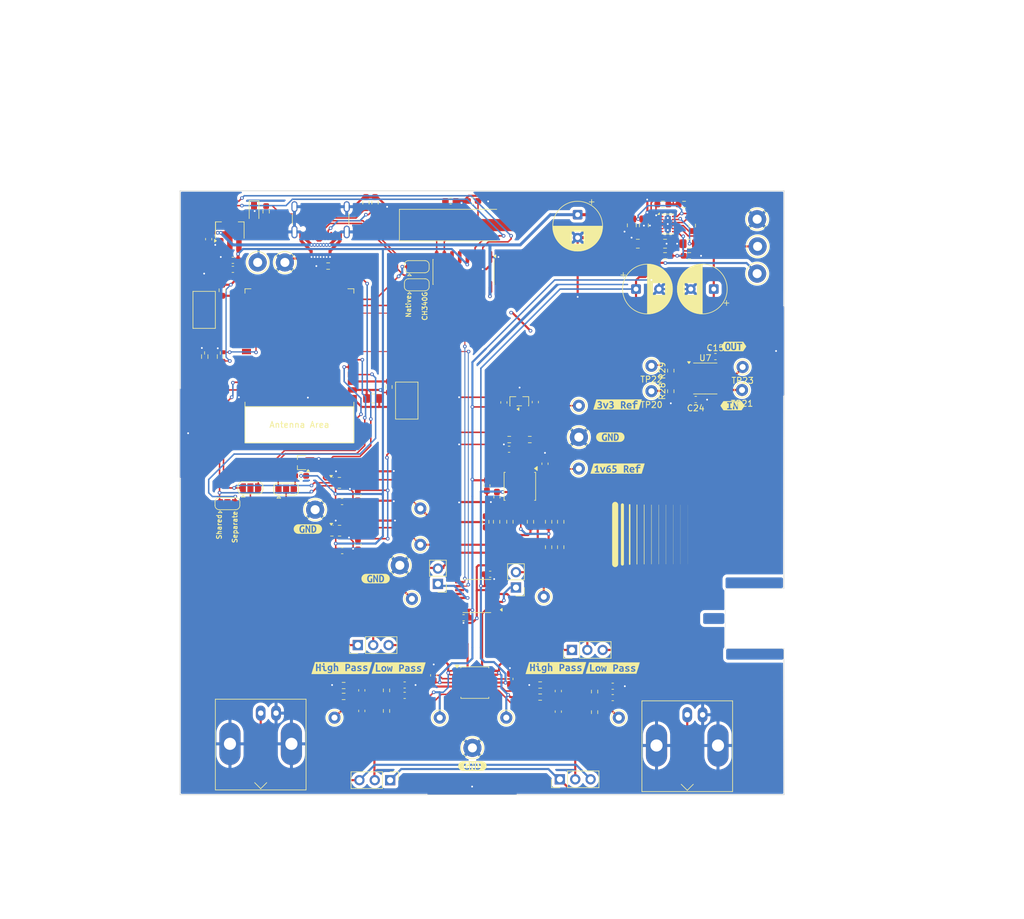
<source format=kicad_pcb>
(kicad_pcb (version 20241229) (generator "pcbnew") (generator_version "9.0")
  (title_block (title ">>TITLE<<") (rev ">>REVISION<<") (company "American Embedded") (comment 1 ">>CLIENT<<"))
  (layers (0 "F.Cu" signal) (2 "B.Cu" signal) (13 "F.Paste" user) (15 "B.Paste" user) (5 "F.SilkS" user "F.Silkscreen") (7 "B.SilkS" user "B.Silkscreen") (1 "F.Mask" user) (3 "B.Mask" user) (25 "Edge.Cuts" user))
  (net 0 "")
  (net 1 "Net-(ADC1-IN+)")
  (net 2 "+5V_USB")
  (net 3 "GND")
  (net 4 "+3.3 V_{ref}")
  (net 5 "/Analog/~{CS_{1}}")
  (net 6 "/Analog/ADC_CLK_{1}")
  (net 7 "/Analog/ADC_DATA_{1}")
  (net 8 "Net-(ADC2-SCLK)")
  (net 9 "Net-(ADC2-~{CS})")
  (net 10 "Net-(ADC2-IN+)")
  (net 11 "Net-(U1-C+)")
  (net 12 "Net-(U1-C-)")
  (net 13 "Net-(U1-CP)")
  (net 14 "Net-(U4A-+)")
  (net 15 "Net-(JP1-C)")
  (net 16 "Net-(C18-Pad1)")
  (net 17 "Net-(U5B-+)")
  (net 18 "Net-(JP2-C)")
  (net 19 "Net-(C20-Pad1)")
  (net 20 "Net-(U5D-+)")
  (net 21 "Net-(U5C-+)")
  (net 22 "/Analog/I_LowPass")
  (net 23 "Net-(C23-Pad2)")
  (net 24 "+1.65 V_{ref}")
  (net 25 "Net-(U6-XI)")
  (net 26 "Net-(U6-XO)")
  (net 27 "/Analog/V_LowPass")
  (net 28 "Net-(C39-Pad2)")
  (net 29 "Net-(U5A-+)")
  (net 30 "Net-(J2-In)")
  (net 31 "Net-(J3-In)")
  (net 32 "Net-(JP3-C)")
  (net 33 "/Analog/I_HighPass")
  (net 34 "Net-(JP4-A)")
  (net 35 "/Analog/V_HighPass")
  (net 36 "+3V3")
  (net 37 "Net-(JP5-C)")
  (net 38 "Net-(ADC2-SDO)")
  (net 39 "/Analog/Sw_A")
  (net 40 "Net-(JP6-A)")
  (net 41 "-5V")
  (net 42 "+5V")
  (net 43 "Net-(D1-A)")
  (net 44 "/USB+Power/USB+")
  (net 45 "/USB+Power/USB-")
  (net 47 "Net-(J1-CC2)")
  (net 48 "Net-(J1-CC1)")
  (net 50 "/Analog/ADC_DATA_{2}")
  (net 51 "Net-(SW1-B)")
  (net 52 "Net-(SW2-B)")
  (net 53 "/Analog/ADC_CLK_{2}")
  (net 54 "Net-(JP9-B)")
  (net 55 "/Analog/~{CS_{2}}")
  (net 56 "Net-(JP10-A)")
  (net 57 "Net-(U1-FB+)")
  (net 58 "Net-(U1-FB-)")
  (net 59 "Net-(U2-GPIO46)")
  (net 60 "Net-(U4C--)")
  (net 61 "Net-(U4C-+)")
  (net 62 "Net-(U4D-+)")
  (net 63 "Net-(U4D--)")
  (net 64 "/Analog/Sw_B")
  (net 82 "/additions/DIN_LED")
  (net 83 "Net-(JP10-B)")
  (net 89 "Net-(U4B--)")
  (net 97 "Net-(JP11-B)")
  (net 103 "Net-(U2-U0RXD{slash}GPIO44{slash}CLK_OUT2)")
  (net 104 "Net-(U2-U0TXD{slash}GPIO43{slash}CLK_OUT1)")
  (net 105 "Net-(JP11-A)")
  (net 107 "Net-(D2-DOUT)")
  (net 109 "Net-(R29-Pad2)")
  (net 110 "Net-(U7A--)")
  (net 111 "Net-(U7A-+)")
  (net 112 "Net-(U7B-+)")
  (net 113 "Net-(U7B--)")
  (footprint "Connector_Pin:Pin_D1.3mm_L11.0mm_LooseFit" (layer "F.Cu") (at 130.25 45.25 -90)
    (property "Reference" "TP1" (hide yes))
    (property "Value" "TestPoint")
  )
  (footprint "Capacitor_SMD:C_0603_1608Metric_Pad1.08x0.95mm_HandSolder" (layer "F.Cu") (at 61.55 87.45)
    (property "Reference" "C34" (hide yes))
    (property "Value" "100n")
  )
  (footprint "Jumper:SolderJumper-3_P1.3mm_Open_RoundedPad1.0x1.5mm" (layer "F.Cu") (at 73.9 48.6)
    (property "Reference" "JP10" (hide yes))
    (property "Value" "SolderJumper_3_Open")
  )
  (footprint "Capacitor_SMD:C_0603_1608Metric_Pad1.08x0.95mm_HandSolder" (layer "F.Cu") (at 83.165 37.725)
    (property "Reference" "C37" (hide yes))
    (property "Value" "22p")
  )
  (footprint "Package_SO:TSSOP-14_4.4x5mm_P0.65mm" (layer "F.Cu") (at 90.95 84.9375 -90)
    (property "Reference" "U4" (hide yes))
    (property "Value" "TL074")
  )
  (footprint "Resistor_SMD:R_0603_1608Metric_Pad0.98x0.95mm_HandSolder" (layer "F.Cu") (at 114.949 46.801 180)
    (property "Reference" "R10" (hide yes))
    (property "Value" "4k7")
  )
  (footprint "Capacitor_SMD:C_0603_1608Metric_Pad1.08x0.95mm_HandSolder" (layer "F.Cu") (at 97.3 122.2 -90)
    (property "Reference" "C20" (hide yes))
    (property "Value" "330n")
  )
  (footprint "Connector_PinHeader_2.54mm:PinHeader_1x02_P2.54mm_Vertical" (layer "F.Cu") (at 77.4 101.075 180)
    (property "Reference" "JP6" (hide yes))
    (property "Value" "Jumper_2_Open")
  )
  (footprint "Resistor_SMD:R_0603_1608Metric_Pad0.98x0.95mm_HandSolder" (layer "F.Cu") (at 114.59275 38.301 180)
    (property "Reference" "R1" (hide yes))
    (property "Value" "1k5")
  )
  (footprint "Capacitor_SMD:C_0805_2012Metric_Pad1.18x1.45mm_HandSolder" (layer "F.Cu") (at 110.449 44.801 180)
    (property "Reference" "C7" (hide yes))
    (property "Value" "4.7u")
  )
  (footprint "Capacitor_THT:CP_Radial_D8.0mm_P3.80mm" (layer "F.Cu") (at 100.5 40 -90)
    (property "Reference" "C1" (hide yes))
    (property "Value" "470u")
  )
  (footprint "Capacitor_SMD:C_0603_1608Metric_Pad1.08x0.95mm_HandSolder" (layer "F.Cu") (at 95.1 81.2 -90)
    (property "Reference" "C28" (hide yes))
    (property "Value" "100n")
  )
  (footprint "Button_Switch_SMD:SW_SPST_CK_RS282G05A3" (layer "F.Cu") (at 38.75 55.75 -90)
    (property "Reference" "SW1" (hide yes))
    (property "Value" "SW_SPST")
  )
  (footprint "Connector_Pin:Pin_D1.3mm_L11.0mm_LooseFit" (layer "F.Cu") (at 52.1 47.9)
    (property "Reference" "TP19" (hide yes))
    (property "Value" "TestPoint")
  )
  (footprint "kibuzzard-695799A4" (layer "F.Cu") (at 96.9 115)
    (property "Reference" "kibuzzard-695799A4" (hide yes))
    (property "Value" "G***" (hide yes))
  )
  (footprint "Connector_Pin:Pin_D1.0mm_L10.0mm" (layer "F.Cu") (at 112.7 65)
    (property "Reference" "TP22")
    (property "Value" "TestPoint")
  )
  (footprint "Snapeda:BNC_Gold" (layer "F.Cu") (at 129.2 106.65 -90)
    (property "Reference" "J4" (hide yes))
    (property "Value" "Conn_Coaxial")
    (fp_line (start -4.8 4.3) (end 5.1 4.3) (stroke (width 0.05)) (layer "Edge.Cuts"))
    (fp_line (start -4.8 -5.4) (end -4.8 4.3) (stroke (width 0.05)) (layer "Edge.Cuts"))
    (fp_line (start 5.1 -5.4) (end 5.1 4.3) (stroke (width 0.05)) (layer "Edge.Cuts"))
  )
  (footprint "Resistor_SMD:R_0603_1608Metric_Pad0.98x0.95mm_HandSolder" (layer "F.Cu") (at 92.5875 77.2)
    (property "Reference" "R7" (hide yes))
    (property "Value" "10k")
  )
  (footprint "kibuzzard-69579972" (layer "F.Cu") (at 106.3 115)
    (property "Reference" "kibuzzard-69579972" (hide yes))
    (property "Value" "G***" (hide yes))
  )
  (footprint "Capacitor_SMD:C_0603_1608Metric_Pad1.08x0.95mm_HandSolder" (layer "F.Cu") (at 43.5 47.55 180)
    (property "Reference" "C2" (hide yes))
    (property "Value" "100n")
  )
  (footprint "Capacitor_THT:CP_Radial_D8.0mm_P3.80mm" (layer "F.Cu") (at 123.001651 52.301 180)
    (property "Reference" "C12" (hide yes))
    (property "Value" "470u")
  )
  (footprint "Package_DFN_QFN:Texas_UQFN-8_1.5x1.5mm_P0.5mm" (layer "F.Cu") (at 60.5 92.275)
    (property "Reference" "ADC2" (hide yes))
    (property "Value" "NCD98011")
  )
  (footprint "Resistor_SMD:R_0603_1608Metric_Pad0.98x0.95mm_HandSolder" (layer "F.Cu") (at 103.3 122.2875 90)
    (property "Reference" "R16" (hide yes))
    (property "Value" "10k")
  )
  (footprint "Capacitor_SMD:C_0603_1608Metric_Pad1.08x0.95mm_HandSolder" (layer "F.Cu") (at 71.9 119.5125 180)
    (property "Reference" "C39" (hide yes))
    (property "Value" "330n")
  )
  (footprint "Package_TO_SOT_SMD:SOT-323_SC-70_Handsoldering" (layer "F.Cu") (at 54.9 81 180)
    (property "Reference" "Q1" (hide yes))
    (property "Value" "NX3008NBK")
  )
  (footprint "kibuzzard-695799A4" (layer "F.Cu") (at 61.5 115)
    (property "Reference" "kibuzzard-695799A4" (hide yes))
    (property "Value" "G***" (hide yes))
  )
  (footprint "Capacitor_SMD:C_0603_1608Metric_Pad1.08x0.95mm_HandSolder" (layer "F.Cu") (at 106.3 119.8875 180)
    (property "Reference" "C23" (hide yes))
    (property "Value" "330n")
  )
  (footprint "kibuzzard-6958001D" (layer "F.Cu") (at 105.9 76.8)
    (property "Reference" "kibuzzard-6958001D" (hide yes))
    (property "Value" "G***" (hide yes))
  )
  (footprint "Connector_Pin:Pin_D1.0mm_L10.0mm" (layer "F.Cu") (at 100.7 82)
    (property "Reference" "TP12" (hide yes))
    (property "Value" "TestPoint")
  )
  (footprint "kibuzzard-6958001D" (layer "F.Cu") (at 83.1 131.2)
    (property "Reference" "kibuzzard-6958001D" (hide yes))
    (property "Value" "G***" (hide yes))
  )
  (footprint "Capacitor_SMD:C_0603_1608Metric_Pad1.08x0.95mm_HandSolder" (layer "F.Cu") (at 64.8125 118.6875 -90)
    (property "Reference" "C19" (hide yes))
    (property "Value" "330n")
  )
  (footprint "Connector_Pin:Pin_D1.0mm_L10.0mm" (layer "F.Cu") (at 127.775 65.2)
    (property "Reference" "TP23")
    (property "Value" "TestPoint")
  )
  (footprint "Capacitor_SMD:C_0603_1608Metric_Pad1.08x0.95mm_HandSolder" (layer "F.Cu") (at 86.0375 99.475 180)
    (property "Reference" "C35" (hide yes))
    (property "Value" "1u")
  )
  (footprint "kibuzzard-69592FF5" (layer "F.Cu") (at 126.3 61.8)
    (property "Reference" "kibuzzard-69592FF5" (hide yes))
    (property "Value" "G***" (hide yes))
  )
  (footprint "Jumper:SolderJumper-3_P1.3mm_Open_RoundedPad1.0x1.5mm" (layer "F.Cu") (at 46.4 85.2)
    (property "Reference" "JP7" (hide yes))
    (property "Value" "SolderJumper_3_Open")
  )
  (footprint "Package_TO_SOT_SMD:SOT-89-3_Handsoldering" (layer "F.Cu") (at 43 42.55 90)
    (property "Reference" "U3" (hide yes))
    (property "Value" "HT75xx-1-SOT89")
  )
  (footprint "Resistor_SMD:R_0603_1608Metric_Pad0.98x0.95mm_HandSolder" (layer "F.Cu") (at 118.949 46.801)
    (property "Reference" "R2" (hide yes))
    (property "Value" "1k5")
  )
  (footprint "Connector_Coaxial:BNC_Amphenol_B6252HB-NPP3G-50_Horizontal" (layer "F.Cu") (at 48.1 122.45 180)
    (property "Reference" "J2" (hide yes))
    (property "Value" "Conn_Coaxial")
  )
  (footprint "Capacitor_SMD:C_0603_1608Metric_Pad1.08x0.95mm_HandSolder" (layer "F.Cu") (at 64.8125 122.0875 -90)
    (property "Reference" "C18" (hide yes))
    (property "Value" "330n")
  )
  (footprint "kibuzzard-69579972" (layer "F.Cu") (at 70.9 115)
    (property "Reference" "kibuzzard-69579972" (hide yes))
    (property "Value" "G***" (hide yes))
  )
  (footprint "Resistor_SMD:R_0603_1608Metric_Pad0.98x0.95mm_HandSolder" (layer "F.Cu") (at 41.75 52.5 -90)
    (property "Reference" "R4" (hide yes))
    (property "Value" "1k")
  )
  (footprint "Connector_Pin:Pin_D1.0mm_L10.0mm" (layer "F.Cu") (at 74.5 88.6)
    (property "Reference" "TP13" (hide yes))
    (property "Value" "TestPoint")
  )
  (footprint "Capacitor_SMD:C_0603_1608Metric_Pad1.08x0.95mm_HandSolder" (layer "F.Cu") (at 123.275 63.475)
    (property "Reference" "C15")
    (property "Value" "100n")
  )
  (footprint "Capacitor_SMD:C_0805_2012Metric_Pad1.18x1.45mm_HandSolder" (layer "F.Cu") (at 114.949 44.801)
    (property "Reference" "C9" (hide yes))
    (property "Value" "4.7u")
  )
  (footprint "Resistor_SMD:R_0603_1608Metric_Pad0.98x0.95mm_HandSolder" (layer "F.Cu") (at 68.9 122.0875 90)
    (property "Reference" "R36" (hide yes))
    (property "Value" "10k")
  )
  (footprint "Connector_PinHeader_2.54mm:PinHeader_1x03_P2.54mm_Vertical" (layer "F.Cu") (at 69.5 133.54 -90)
    (property "Reference" "JP1" (hide yes))
    (property "Value" "Jumper_3_Open")
  )
  (footprint "Connector_Pin:Pin_D1.0mm_L10.0mm" (layer "F.Cu") (at 60.3 123.2)
    (property "Reference" "TP5" (hide yes))
    (property "Value" "TestPoint")
  )
  (footprint "Capacitor_SMD:C_0603_1608Metric_Pad1.08x0.95mm_HandSolder" (layer "F.Cu") (at 81.6375 106.675)
    (property "Reference" "C36" (hide yes))
    (property "Value" "1u")
  )
  (footprint "Capacitor_SMD:C_0603_1608Metric_Pad1.08x0.95mm_HandSolder" (layer "F.Cu") (at 39.5 44.05 -90)
    (property "Reference" "C3" (hide yes))
    (property "Value" "100n")
  )
  (footprint "Resistor_SMD:R_0603_1608Metric_Pad0.98x0.95mm_HandSolder" (layer "F.Cu") (at 59.25 48.5)
    (property "Reference" "R6" (hide yes))
    (property "Value" "1k")
  )
  (footprint "Resistor_SMD:R_0603_1608Metric_Pad0.98x0.95mm_HandSolder" (layer "F.Cu") (at 69.3 68.5 90)
    (property "Reference" "R5" (hide yes))
    (property "Value" "1k")
  )
  (footprint "Package_DFN_QFN:Texas_UQFN-8_1.5x1.5mm_P0.5mm" (layer "F.Cu") (at 60.475 84.35)
    (property "Reference" "ADC1" (hide yes))
    (property "Value" "NCD98011")
  )
  (footprint "Capacitor_SMD:C_0603_1608Metric_Pad1.08x0.95mm_HandSolder" (layer "F.Cu") (at 106.3 118)
    (property "Reference" "C22" (hide yes))
    (property "Value" "330n")
  )
  (footprint "Connector_Pin:Pin_D1.0mm_L10.0mm" (layer "F.Cu") (at 112.7 69.2)
    (property "Reference" "TP20")
    (property "Value" "TestPoint")
  )
  (footprint "kibuzzard-6957FD09" (layer "F.Cu") (at 107.1 71.4)
    (property "Reference" "kibuzzard-6957FD09" (hide yes))
    (property "Value" "G***" (hide yes))
  )
  (footprint "Resistor_SMD:R_0603_1608Metric_Pad0.98x0.95mm_HandSolder" (layer "F.Cu") (at 119.449 41.801 -90)
    (property "Reference" "C4" (hide yes))
    (property "Value" "1u")
  )
  (footprint "Connector_Pin:Pin_D1.3mm_L11.0mm_LooseFit" (layer "F.Cu") (at 71.1 98)
    (property "Reference" "TP17" (hide yes))
    (property "Value" "TestPoint")
  )
  (footprint "Resistor_SMD:R_0603_1608Metric_Pad0.98x0.95mm_HandSolder" (layer "F.Cu") (at 85.3 90.8 90)
    (property "Reference" "R25" (hide yes))
    (property "Value" "10k")
  )
  (footprint "Resistor_SMD:R_0603_1608Metric_Pad0.98x0.95mm_HandSolder" (layer "F.Cu") (at 61.8125 117.8875 180)
    (property "Reference" "R14" (hide yes))
    (property "Value" "10k")
  )
  (footprint "Connector_Pin:Pin_D1.3mm_L11.0mm_LooseFit" (layer "F.Cu") (at 130.175 40.75)
    (property "Reference" "TP4" (hide yes))
    (property "Value" "TestPoint")
  )
  (footprint "Snapeda:XINGLIGHT XL-1615RGBC-2812B-S" (layer "F.Cu") (at 41.425 63.5 -90)
    (property "Reference" "D2" (hide yes))
    (property "Value" "XINGLIGHT XL-1615RGBC-2812B-S")
  )
  (footprint "kibuzzard-6958001D" (layer "F.Cu") (at 55.9 92)
    (property "Reference" "kibuzzard-6958001D" (hide yes))
    (property "Value" "G***" (hide yes))
  )
  (footprint "Package_SO:SOIC-16_3.9x9.9mm_P1.27mm" (layer "F.Cu") (at 81.635 49.475 -90)
    (property "Reference" "U6" (hide yes))
    (property "Value" "CH340G")
  )
  (footprint "Capacitor_SMD:C_0603_1608Metric_Pad1.08x0.95mm_HandSolder" (layer "F.Cu") (at 85.5 84.8 90)
    (property "Reference" "C25" (hide yes))
    (property "Value" "100n")
  )
  (footprint "Resistor_SMD:R_0603_1608Metric_Pad0.98x0.95mm_HandSolder" (layer "F.Cu") (at 87.1 90.8 90)
    (property "Reference" "R12" (hide yes))
    (property "Value" "10k")
  )
  (footprint "Resistor_SMD:R_0603_1608Metric_Pad0.98x0.95mm_HandSolder" (layer "F.Cu") (at 68.9 118.6875 90)
    (property "Reference" "R35" (hide yes))
    (property "Value" "10k")
  )
  (footprint "Resistor_SMD:R_0603_1608Metric_Pad0.98x0.95mm_HandSolder" (layer "F.Cu") (at 103.3 118.8875 90)
    (property "Reference" "R17" (hide yes))
    (property "Value" "10k")
  )
  (footprint "Resistor_SMD:R_0603_1608Metric_Pad0.98x0.95mm_HandSolder" (layer "F.Cu") (at 92.7 90.8 90)
    (property "Reference" "R26" (hide yes))
    (property "Value" "10k")
  )
  (footprint "Resistor_SMD:R_0603_1608Metric_Pad0.98x0.95mm_HandSolder" (layer "F.Cu") (at 94.3 119.8 180)
    (property "Reference" "R19" (hide yes))
    (property "Value" "10k")
  )
  (footprint "Jumper:SolderJumper-3_P1.3mm_Open_RoundedPad1.0x1.5mm" (layer "F.Cu") (at 52.3 85.4)
    (property "Reference" "JP9" (hide yes))
    (property "Value" "SolderJumper_3_Open")
  )
  (footprint "Resistor_SMD:R_0603_1608Metric_Pad0.98x0.95mm_HandSolder" (layer "F.Cu") (at 61.8125 119.6875 180)
    (property "Reference" "R15" (hide yes))
    (property "Value" "10k")
  )
  (footprint "Resistor_SMD:R_0603_1608Metric_Pad0.98x0.95mm_HandSolder" (layer "F.Cu") (at 95.7 95 -90)
    (property "Reference" "R22" (hide yes))
    (property "Value" "10k")
  )
  (footprint "Capacitor_SMD:C_0603_1608Metric_Pad1.08x0.95mm_HandSolder" (layer "F.Cu") (at 64.175 94.575 -90)
    (property "Reference" "C31" (hide yes))
    (property "Value" "100n")
  )
  (footprint "Resistor_SMD:R_0603_1608Metric_Pad0.98x0.95mm_HandSolder" (layer "F.Cu") (at 67 38 90)
    (property "Reference" "R8" (hide yes))
    (property "Value" "5k1")
  )
  (footprint "Capacitor_SMD:C_0603_1608Metric_Pad1.08x0.95mm_HandSolder" (layer "F.Cu") (at 61.575 95.575)
    (property "Reference" "C32" (hide yes))
    (property "Value" "100n")
  )
  (footprint "Button_Switch_SMD:SW_SPST_CK_RS282G05A3" (layer "F.Cu") (at 72.25 70.75 90)
    (property "Reference" "SW2" (hide yes))
    (property "Value" "SW_SPST")
  )
  (footprint "Capacitor_SMD:C_0805_2012Metric_Pad1.18x1.45mm_HandSolder" (layer "F.Cu") (at 66.6625 70.4)
    (property "Reference" "C13" (hide yes))
    (property "Value" "4.7u")
  )
  (footprint "Capacitor_SMD:C_0603_1608Metric_Pad1.08x0.95mm_HandSolder" (layer "F.Cu") (at 71.9 117.8)
    (property "Reference" "C40" (hide yes))
    (property "Value" "330n")
  )
  (footprint "Resistor_SMD:R_0603_1608Metric_Pad0.98x0.95mm_HandSolder" (layer "F.Cu") (at 89.3 90.8 90)
    (property "Reference" "R20" (hide yes))
    (property "Value" "10k")
  )
  (footprint "Capacitor_SMD:C_0603_1608Metric_Pad1.08x0.95mm_HandSolder" (layer "F.Cu") (at 89.1625 78.8)
    (property "Reference" "C17" (hide yes))
    (property "Value" "100n")
  )
  (footprint "Resistor_SMD:R_0603_1608Metric_Pad0.98x0.95mm_HandSolder" (layer "F.Cu") (at 89.1875 77.2)
    (property "Reference" "R13" (hide yes))
    (property "Value" "10k")
  )
  (footprint "Connector_Pin:Pin_D1.0mm_L10.0mm" (layer "F.Cu") (at 73.1 103.55)
    (property "Reference" "TP9" (hide yes))
    (property "Value" "TestPoint")
  )
  (footprint "kibuzzard-69592FE8" (layer "F.Cu") (at 126.1 71.6)
    (property "Reference" "kibuzzard-69592FE8" (hide yes))
    (property "Value" "G***" (hide yes))
  )
  (footprint "Connector_Pin:Pin_D1.0mm_L10.0mm" (layer "F.Cu") (at 88.7 123.2)
    (property "Reference" "TP7" (hide yes))
    (property "Value" "TestPoint")
  )
  (footprint "Capacitor_SMD:C_0603_1608Metric_Pad1.08x0.95mm_HandSolder" (layer "F.Cu") (at 88.3 71.0625 -90)
    (property "Reference" "C14" (hide yes))
    (property "Value" "100n")
  )
  (footprint "Package_SON:WSON-12-1EP_3x2mm_P0.5mm_EP1x2.65_ThermalVias" (layer "F.Cu") (at 115.399 41.551)
    (property "Reference" "U1" (hide yes))
    (property "Value" "LM27762")
  )
  (footprint "Connector_Pin:Pin_D1.0mm_L10.0mm" (layer "F.Cu") (at 127.675 69)
    (property "Reference" "TP21")
    (property "Value" "TestPoint")
  )
  (footprint "Capacitor_SMD:C_0603_1608Metric_Pad1.08x0.95mm_HandSolder" (layer "F.Cu") (at 76.7 116.2 -90)
    (property "Reference" "C29" (hide yes))
    (property "Value" "100n")
  )
  (footprint "Capacitor_SMD:C_0805_2012Metric_Pad1.18x1.45mm_HandSolder" (layer "F.Cu") (at 109.449 41.7635 -90)
    (property "Reference" "C6" (hide yes))
    (property "Value" "4.7u")
  )
  (footprint "kibuzzard-6957FD1B" (layer "F.Cu") (at 107.1 82)
    (property "Reference" "kibuzzard-6957FD1B" (hide yes))
    (property "Value" "G***" (hide yes))
  )
  (footprint "Resistor_SMD:R_0603_1608Metric_Pad0.98x0.95mm_HandSolder" (layer "F.Cu") (at 54.7 83.2 180)
    (property "Reference" "R27" (hide yes))
    (property "Value" "4k7")
  )
  (footprint "Package_TO_SOT_SMD:SOT-23" (layer "F.Cu") (at 90.85 70.8625 90)
    (property "Reference" "U11" (hide yes))
    (property "Value" "REF3033")
  )
  (footprint "Resistor_SMD:R_0603_1608Metric_Pad0.98x0.95mm_HandSolder" (layer "F.Cu") (at 65.5 38 90)
    (property "Reference" "R9" (hide yes))
    (property "Value" "5k1")
  )
  (footprint "kibuzzard-6958001D" (layer "F.Cu") (at 67.1 100.2)
    (property "Reference" "kibuzzard-6958001D" (hide yes))
    (property "Value" "G***" (hide yes))
  )
  (footprint "PCM_Espressif:ESP32-S3-WROOM-2" (layer "F.Cu") (at 54.5 62 180)
    (property "Reference" "U2" (hide yes))
    (property "Value" "ESP32-S3-WROOM-2")
  )
  (footprint "Connector_Pin:Pin_D1.3mm_L11.0mm_LooseFit" (layer "F.Cu") (at 83.1 128.2)
    (property "Reference" "TP18" (hide yes))
    (property "Value" "TestPoint")
  )
  (footprint "Snapeda:XINGLIGHT XL-1615RGBC-2812B-S" (layer "F.Cu") (at 38.825 63.5 -90)
    (property "Reference" "D3" (hide yes))
    (property "Value" "XINGLIGHT XL-1615RGBC-2812B-S")
  )
  (footprint "Capacitor_SMD:C_0603_1608Metric_Pad1.08x0.95mm_HandSolder" (layer "F.Cu") (at 93.5 71 -90)
    (property "Reference" "C16" (hide yes))
    (property "Value" "100n")
  )
  (footprint "Capacitor_SMD:C_0603_1608Metric_Pad1.08x0.95mm_HandSolder" (layer "F.Cu") (at 87.15 86.7375 90)
    (property "Reference" "C27" (hide yes))
    (property "Value" "100n")
  )
  (footprint "LED_SMD:LED_miniPLCC_2315_Handsoldering" (layer "F.Cu") (at 47 39.5 -90)
    (property "Reference" "D1" (hide yes))
    (property "Value" "LED")
  )
  (footprint "Resistor_SMD:R_0603_1608Metric_Pad0.98x0.95mm_HandSolder" (layer "F.Cu") (at 97.7 95 -90)
    (property "Reference" "R24" (hide yes))
    (property "Value" "10k")
  )
  (footprint "Crystal:Crystal_SMD_HC49-SD_HandSoldering" (layer "F.Cu") (at 81.165 41.725)
    (property "Reference" "Y1" (hide yes))
    (property "Value" "12MHz")
  )
  (footprint "Package_SO:TSSOP-14_4.4x5mm_P0.65mm" (layer "F.Cu") (at 83.5 117.4)
    (property "Reference" "U5" (hide yes))
    (property "Value" "TL074")
  )
  (footprint "Connector_Coaxial:BNC_Amphenol_B6252HB-NPP3G-50_Horizontal" (layer "F.Cu") (at 118.62 122.72 180)
    (property "Reference" "J3" (hide yes))
    (property "Value" "Conn_Coaxial")
  )
  (footprint "Connector_Pin:Pin_D1.0mm_L10.0mm" (layer "F.Cu") (at 77.7 123.2)
    (property "Reference" "TP6" (hide yes))
    (property "Value" "TestPoint")
  )
  (footprint "Capacitor_THT:CP_Radial_D8.0mm_P3.80mm" (layer "F.Cu") (at 110.149 52.301)
    (property "Reference" "C11" (hide yes))
    (property "Value" "470u")
  )
  (footprint "Capacitor_SMD:C_0603_1608Metric_Pad1.08x0.95mm_HandSolder" (layer "F.Cu") (at 97.3 118.8 -90)
    (property "Reference" "C21" (hide yes))
    (property "Value" "330n")
  )
  (footprint "Connector_PinHeader_2.54mm:PinHeader_1x03_P2.54mm_Vertical" (layer "F.Cu") (at 97.56 133.4 90)
    (property "Reference" "JP2" (hide yes))
    (property "Value" "Jumper_3_Open")
  )
  (footprint "Resistor_SMD:R_0603_1608Metric_Pad0.98x0.95mm_HandSolder" (layer "F.Cu") (at 118.09275 38.301)
    (property "Reference" "R3" (hide yes))
    (property "Value" "4k7")
  )
  (footprint "Connector_Pin:Pin_D1.3mm_L11.0mm_LooseFit" (layer "F.Cu") (at 130.175 49.75 -90)
    (property "Reference" "TP2" (hide yes))
    (property "Value" "TestPoint")
  )
  (footprint "Resistor_SMD:R_0603_1608Metric_Pad0.98x0.95mm_HandSolder" (layer "F.Cu") (at 49 39.5 90)
    (property "Reference" "R11" (hide yes))
    (property "Value" "1k")
  )
  (footprint "Connector_PinHeader_2.54mm:PinHeader_1x03_P2.54mm_Vertical" (layer "F.Cu") (at 99.56 112 90)
    (property "Reference" "JP3" (hide yes))
    (property "Value" "Jumper_3_Open")
  )
  (footprint "Connector_Pin:Pin_D1.3mm_L11.0mm_LooseFit" (layer "F.Cu") (at 47.6 47.9 -90)
    (property "Reference" "TP3" (hide yes))
    (property "Value" "TestPoint")
  )
  (footprint "Resistor_SMD:R_0603_1608Metric_Pad0.98x0.95mm_HandSolder" (layer "F.Cu") (at 115.9 65.8 90)
    (property "Reference" "R29")
    (property "Value" "10k")
  )
  (footprint "Resistor_SMD:R_0603_1608Metric_Pad0.98x0.95mm_HandSolder" (layer "F.Cu") (at 115.9 69.2 90)
    (property "Reference" "R28")
    (property "Value" "10k")
  )
  (footprint "Capacitor_SMD:C_0603_1608Metric_Pad1.08x0.95mm_HandSolder" (layer "F.Cu") (at 79.5 37.725 180)
    (property "Reference" "C38" (hide yes))
    (property "Value" "22p")
  )
  (footprint "Jumper:SolderJumper-3_P1.3mm_Open_RoundedPad1.0x1.5mm" (layer "F.Cu") (at 73.9 51.6)
    (property "Reference" "JP11" (hide yes))
    (property "Value" "SolderJumper_3_Open")
  )
  (footprint "Package_SO:SOIC-8_3.9x4.9mm_P1.27mm" (layer "F.Cu") (at 121.6 67.1)
    (property "Reference" "U7")
    (property "Value" "OPA2810")
  )
  (footprint "Connector_USB:USB_C_Receptacle_GCT_USB4105-xx-A_16P_TopMnt_Horizontal" (layer "F.Cu") (at 58 39.75 180)
    (property "Reference" "J1" (hide yes))
    (property "Value" "USB_C_Receptacle_USB2.0_16P" (hide yes))
  )
  (footprint "Capacitor_SMD:C_0805_2012Metric_Pad1.18x1.45mm_HandSolder" (layer "F.Cu") (at 111.449 41.7635 -90)
    (property "Reference" "C5" (hide yes))
    (property "Value" "4.7u")
  )
  (footprint "Connector_Pin:Pin_D1.3mm_L11.0mm_LooseFit" (layer "F.Cu") (at 57.1 88.8)
    (property "Reference" "TP16" (hide yes))
    (property "Value" "TestPoint")
  )
  (footprint "Connector_Pin:Pin_D1.0mm_L10.0mm" (layer "F.Cu") (at 74.5 94.6)
    (property "Reference" "TP14" (hide yes))
    (property "Value" "TestPoint")
  )
  (footprint "Connector_Pin:Pin_D1.0mm_L10.0mm" (layer "F.Cu") (at 100.7 71.6)
    (property "Reference" "TP11" (hide yes))
    (property "Value" "TestPoint")
  )
  (footprint "Connector_PinHeader_2.54mm:PinHeader_1x03_P2.54mm_Vertical" (layer "F.Cu") (at 64.16 111.2 90)
    (property "Reference" "JP5" (hide yes))
    (property "Value" "Jumper_3_Open")
  )
  (footprint "Capacitor_SMD:C_0603_1608Metric_Pad1.08x0.95mm_HandSolder" (layer "F.Cu") (at 89.3 116.8 -90)
    (property "Reference" "C30" (hide yes))
    (property "Value" "100n")
  )
  (footprint "Connector_Pin:Pin_D1.3mm_L11.0mm_LooseFit" (layer "F.Cu") (at 100.7 76.8)
    (property "Reference" "TP15" (hide yes))
    (property "Value" "TestPoint")
  )
  (footprint "Capacitor_SMD:C_0603_1608Metric_Pad1.08x0.95mm_HandSolder" (layer "F.Cu") (at 64.15 86.45 -90)
    (property "Reference" "C33" (hide yes))
    (property "Value" "100n")
  )
  (footprint "Resistor_SMD:R_0603_1608Metric_Pad0.98x0.95mm_HandSolder" (layer "F.Cu") (at 95.7 90.8 90)
    (property "Reference" "R21" (hide yes))
    (property "Value" "10k")
  )
  (footprint "Resistor_SMD:R_0603_1608Metric_Pad0.98x0.95mm_HandSolder" (layer "F.Cu") (at 97.7 90.8 90)
    (property "Reference" "R23" (hide yes))
    (property "Value" "10k")
  )
  (footprint "Connector_PinHeader_2.54mm:PinHeader_1x02_P2.54mm_Vertical" (layer "F.Cu") (at 90.3 101.675 180)
    (property "Reference" "JP4" (hide yes))
    (property "Value" "Jumper_2_Open")
  )
  (footprint "Jumper:SolderJumper-3_P1.3mm_Open_RoundedPad1.0x1.5mm" (layer "F.Cu") (at 42.6 87.8)
    (property "Reference" "JP8" (hide yes))
    (property "Value" "SolderJumper_3_Open")
  )
  (footprint "Connector_Pin:Pin_D1.0mm_L10.0mm" (layer "F.Cu") (at 107.3 123.2)
    (property "Reference" "TP8" (hide yes))
    (property "Value" "TestPoint")
  )
  (footprint "Capacitor_SMD:C_0603_1608Metric_Pad1.08x0.95mm_HandSolder" (layer "F.Cu") (at 43.5 49.05 180)
    (property "Reference" "C8" (hide yes))
    (property "Value" "1u")
  )
  (footprint "Connector_Pin:Pin_D1.0mm_L10.0mm" (layer "F.Cu") (at 94.9 103.2)
    (property "Reference" "TP10" (hide yes))
    (property "Value" "TestPoint")
  )
  (footprint "Capacitor_SMD:C_0603_1608Metric_Pad1.08x0.95mm_HandSolder" (layer "F.Cu") (at 120.025 70.575 180)
    (property "Reference" "C24")
    (property "Value" "100n")
  )
  (footprint "Capacitor_SMD:C_0805_2012Metric_Pad1.18x1.45mm_HandSolder" (layer "F.Cu") (at 118.949 44.801 180)
    (property "Reference" "C10" (hide yes))
    (property "Value" "4.7u")
  )
  (footprint "Package_SO:TSSOP-16_4.4x5mm_P0.65mm" (layer "F.Cu") (at 83.8375 103.075 180)
    (property "Reference" "U20" (hide yes))
    (property "Value" "CD74HC4052")
  )
  (footprint "Resistor_SMD:R_0603_1608Metric_Pad0.98x0.95mm_HandSolder" (layer "F.Cu") (at 94.3 117.8 180)
    (property "Reference" "R18" (hide yes))
    (property "Value" "10k")
  )
  (gr_line (start 132.5 97.8) (end 132.5 88) (stroke (width 0.01)) (layers "F.Cu" "F.Mask"))
  (gr_line (start 120.5 97.8) (end 120.5 88) (stroke (width 1)) (layers "F.Cu" "F.Mask"))
  (gr_line (start 132.5 86.4) (end 132.5 76.6) (stroke (width 0.01)) (layers "F.Cu" "F.Mask"))
  (gr_rect (start 132 55.3) (end 134.6 69.8) (stroke (width 0.2)) (fill yes) (layers "F.Cu" "F.Mask") (net 3))
  (gr_line (start 130.1 97.8) (end 130.1 88) (stroke (width 0.03)) (layers "F.Cu" "F.Mask"))
  (gr_line (start 122.9 86.4) (end 122.9 76.6) (stroke (width 0.25)) (layers "F.Cu" "F.Mask"))
  (gr_line (start 127.7 86.4) (end 127.7 76.6) (stroke (width 0.05)) (layers "F.Cu" "F.Mask"))
  (gr_line (start 120.5 86.4) (end 120.5 76.6) (stroke (width 1)) (layers "F.Cu" "F.Mask"))
  (gr_line (start 121.7 97.8) (end 121.7 88) (stroke (width 0.5)) (layers "F.Cu" "F.Mask"))
  (gr_line (start 126.5 86.4) (end 126.5 76.6) (stroke (width 0.07)) (layers "F.Cu" "F.Mask"))
  (gr_line (start 127.7 97.8) (end 127.7 88) (stroke (width 0.05)) (layers "F.Cu" "F.Mask"))
  (gr_line (start 131.3 86.4) (end 131.3 76.6) (stroke (width 0.02)) (layers "F.Cu" "F.Mask"))
  (gr_rect (start 34.8 68.9) (end 37.4 83.4) (stroke (width 0.2)) (fill yes) (layers "F.Cu" "F.Mask") (net 3))
  (gr_line (start 125.3 97.8) (end 125.3 88) (stroke (width 0.1)) (layers "F.Cu" "F.Mask"))
  (gr_line (start 124.1 97.8) (end 124.1 88) (stroke (width 0.125)) (layers "F.Cu" "F.Mask"))
  (gr_line (start 125.3 86.4) (end 125.3 76.6) (stroke (width 0.1)) (layers "F.Cu" "F.Mask"))
  (gr_line (start 122.9 97.8) (end 122.9 88) (stroke (width 0.25)) (layers "F.Cu" "F.Mask"))
  (gr_line (start 121.7 86.4) (end 121.7 76.6) (stroke (width 0.5)) (layers "F.Cu" "F.Mask"))
  (gr_line (start 126.5 97.8) (end 126.5 88) (stroke (width 0.07)) (layers "F.Cu" "F.Mask"))
  (gr_line (start 128.9 97.8) (end 128.9 88) (stroke (width 0.04)) (layers "F.Cu" "F.Mask"))
  (gr_line (start 128.9 86.4) (end 128.9 76.6) (stroke (width 0.04)) (layers "F.Cu" "F.Mask"))
  (gr_line (start 131.3 97.8) (end 131.3 88) (stroke (width 0.02)) (layers "F.Cu" "F.Mask"))
  (gr_line (start 130.1 86.4) (end 130.1 76.6) (stroke (width 0.03)) (layers "F.Cu" "F.Mask"))
  (gr_line (start 124.1 86.4) (end 124.1 76.6) (stroke (width 0.125)) (layers "F.Cu" "F.Mask"))
  (gr_rect (start 75.8 133.3) (end 90.3 135.9) (stroke (width 0.2)) (fill yes) (layers "F.Cu" "F.Mask") (net 3))
  (gr_rect (start 34.8 68.9) (end 37.4 83.4) (stroke (width 0.2)) (fill yes) (layers "B.Cu" "B.Mask") (net 3))
  (gr_rect (start 132 55.3) (end 134.6 69.8) (stroke (width 0.2)) (fill yes) (layers "B.Cu" "B.Mask") (net 3))
  (gr_rect (start 75.8 133.3) (end 90.3 135.9) (stroke (width 0.2)) (fill yes) (layers "B.Cu" "B.Mask") (net 3))
  (gr_line (start 107.9 97.8) (end 107.9 88) (stroke (width 0.5)) (layer "F.SilkS"))
  (gr_line (start 112.7 97.8) (end 112.7 88) (stroke (width 0.07)) (layer "F.SilkS"))
  (gr_line (start 113.9 97.8) (end 113.9 88) (stroke (width 0.05)) (layer "F.SilkS"))
  (gr_line (start 115.1 97.8) (end 115.1 88) (stroke (width 0.04)) (layer "F.SilkS"))
  (gr_line (start 111.5 97.8) (end 111.5 88) (stroke (width 0.1)) (layer "F.SilkS"))
  (gr_line (start 116.3 97.8) (end 116.3 88) (stroke (width 0.03)) (layer "F.SilkS"))
  (gr_line (start 118.7 97.8) (end 118.7 88) (stroke (width 0.01)) (layer "F.SilkS"))
  (gr_line (start 109.1 97.8) (end 109.1 88) (stroke (width 0.25)) (layer "F.SilkS"))
  (gr_line (start 110.3 97.8) (end 110.3 88) (stroke (width 0.125)) (layer "F.SilkS"))
  (gr_line (start 106.7 97.8) (end 106.7 88) (stroke (width 1)) (layer "F.SilkS"))
  (gr_line (start 117.5 97.8) (end 117.5 88) (stroke (width 0.02)) (layer "F.SilkS"))
  (gr_line (start 134.65 135.95) (end 34.75 135.95) (stroke (width 0.1)) (layer "Edge.Cuts"))
  (gr_line (start 34.75 36.05) (end 134.65 36.05) (stroke (width 0.1)) (layer "Edge.Cuts"))
  (gr_line (start 134.6 111.75) (end 134.65 135.95) (stroke (width 0.1)) (layer "Edge.Cuts"))
  (gr_line (start 134.65 36.05) (end 134.6 101.85) (stroke (width 0.1)) (layer "Edge.Cuts"))
  (gr_line (start 34.75 135.95) (end 34.75 36.05) (stroke (width 0.1)) (layer "Edge.Cuts"))
  (gr_text "Native" (at 73 57.1 90) (layer "F.SilkS") (effects (font (size 0.8 0.8) (thickness 0.16) (bold yes)) (justify left bottom)))
  (gr_text "CH340G" (at 75.7 57.6 90) (layer "F.SilkS") (effects (font (size 0.8 0.8) (thickness 0.16) (bold yes)) (justify left bottom)))
  (gr_text "Shared" (at 41.7 93.8 90) (layer "F.SilkS") (effects (font (size 0.8 0.8) (thickness 0.16) (bold yes)) (justify left bottom)))
  (gr_text "Separate" (at 44.3 94.4 90) (layer "F.SilkS") (effects (font (size 0.8 0.8) (thickness 0.16) (bold yes)) (justify left bottom)))
  (segment (start 89.7 56.2) (end 89.5 56.2) (width 0.35) (layer "F.Cu") (net 0))
  (segment (start 92.7 59.2) (end 89.7 56.2) (width 0.35) (layer "F.Cu") (net 0))
  (via (at 89.5 56.2) (size 0.6) (drill 0.3) (layers "F.Cu" "B.Cu") (net 0))
  (via (at 92.7 59.2) (size 0.6) (drill 0.3) (layers "F.Cu" "B.Cu") (net 0))
  (segment (start 69.75 83.85) (end 61.2 83.85) (width 0.25) (layer "F.Cu") (net 1))
  (segment (start 76.749 90.849) (end 74.5 88.6) (width 0.35) (layer "F.Cu") (net 1))
  (segment (start 74.5 88.6) (end 69.75 83.85) (width 0.25) (layer "F.Cu") (net 1))
  (segment (start 89.3 89.8875) (end 89 89.5875) (width 0.35) (layer "F.Cu") (net 1))
  (segment (start 89.3 89.8875) (end 88.3385 90.849) (width 0.35) (layer "F.Cu") (net 1))
  (segment (start 88.3385 90.849) (end 76.749 90.849) (width 0.35) (layer "F.Cu") (net 1))
  (segment (start 89 89.5875) (end 89 87.8) (width 0.35) (layer "F.Cu") (net 1))
  (segment (start 60.4 44.100956) (end 60.4 43.43) (width 0.5) (layer "F.Cu") (net 2))
  (segment (start 107.5 40) (end 108.25 40.75) (width 0.5) (layer "F.Cu") (net 2))
  (segment (start 110.5 40.726) (end 109.449 40.726) (width 0.35) (layer "F.Cu") (net 2))
  (segment (start 117.7 39.801) (end 117.449 39.801) (width 0.25) (layer "F.Cu") (net 2))
  (segment (start 59.5 45) (end 59.500956 45) (width 0.5) (layer "F.Cu") (net 2))
  (segment (start 56.499044 45) (end 56.5 45) (width 0.5) (layer "F.Cu") (net 2))
  (segment (start 41.5 43) (end 42 43) (width 0.5) (layer "F.Cu") (net 2))
  (segment (start 53.505942 39.901) (end 51.401 39.901) (width 0.25) (layer "F.Cu") (net 2))
  (segment (start 117.449 39.801) (end 116.949 40.301) (width 0.25) (layer "F.Cu") (net 2))
  (segment (start 49.0875 38.5) (end 49 38.5875) (width 0.25) (layer "F.Cu") (net 2))
  (segment (start 108.25 40.75) (end 109.425 40.75) (width 0.5) (layer "F.Cu") (net 2))
  (segment (start 117.7 39.801) (end 118.7 39.801) (width 0.25) (layer "F.Cu") (net 2))
  (segment (start 59.500956 45) (end 60.4 44.100956) (width 0.5) (layer "F.Cu") (net 2))
  (segment (start 59 45) (end 59.5 45) (width 0.5) (layer "F.Cu") (net 2))
  (segment (start 58.5 45) (end 59 45) (width 0.5) (layer "F.Cu") (net 2))
  (segment (start 56.5 45) (end 57 45) (width 0.5) (layer "F.Cu") (net 2))
  (segment (start 120.25 40.39851) (end 120.25 43.20349) (width 0.25) (layer "F.Cu") (net 2))
  (segment (start 112.949 41.301) (end 112.374 40.726) (width 0.25) (layer "F.Cu") (net 2))
  (segment (start 43 44) (end 43 44.9125) (width 0.5) (layer "F.Cu") (net 2))
  (segment (start 51.401 39.901) (end 50 38.5) (width 0.25) (layer "F.Cu") (net 2))
  (segment (start 118.974 40.075) (end 119.92649 40.075) (width 0.25) (layer "F.Cu") (net 2))
  (segment (start 39.6875 43) (end 39.5 43.1875) (width 0.5) (layer "F.Cu") (net 2))
  (segment (start 118.791116 43.527) (end 117.565116 42.301) (width 0.25) (layer "F.Cu") (net 2))
  (segment (start 120.25 43.20349) (end 119.92649 43.527) (width 0.25) (layer "F.Cu") (net 2))
  (segment (start 55.6 44.100956) (end 56.499044 45) (width 0.5) (layer "F.Cu") (net 2))
  (segment (start 55.6 43.43) (end 55.711 43.319) (width 0.25) (layer "F.Cu") (net 2))
  (segment (start 86 53.5) (end 86 52.03) (width 0.5) (layer "F.Cu") (net 2))
  (segment (start 57 45) (end 57.5 45) (width 0.5) (layer "F.Cu") (net 2))
  (segment (start 55.6 43.43) (end 55.6 44.100956) (width 0.5) (layer "F.Cu") (net 2))
  (segment (start 58 45) (end 58.5 45) (width 0.5) (layer "F.Cu") (net 2))
  (segment (start 55.711 43.319) (end 55.711 42.106058) (width 0.25) (layer "F.Cu") (net 2))
  (segment (start 100.5 40) (end 107.5 40) (width 0.5) (layer "F.Cu") (net 2))
  (segment (start 112.374 40.726) (end 110.5 40.726) (width 0.35) (layer "F.Cu") (net 2))
  (segment (start 86 52.03) (end 86.08 51.95) (width 0.5) (layer "F.Cu") (net 2))
  (segment (start 55.711 42.106058) (end 53.505942 39.901) (width 0.25) (layer "F.Cu") (net 2))
  (segment (start 118.7 39.801) (end 118.974 40.075) (width 0.25) (layer "F.Cu") (net 2))
  (segment (start 119.92649 40.075) (end 120.25 40.39851) (width 0.25) (layer "F.Cu") (net 2))
  (segment (start 119.92649 43.527) (end 118.791116 43.527) (width 0.25) (layer "F.Cu") (net 2))
  (segment (start 116.949 40.301) (end 116.349 40.301) (width 0.25) (layer "F.Cu") (net 2))
  (segment (start 109.425 40.75) (end 109.449 40.726) (width 0.5) (layer "F.Cu") (net 2))
  (segment (start 114.449 41.301) (end 112.949 41.301) (width 0.25) (layer "F.Cu") (net 2))
  (segment (start 42 43) (end 43 44) (width 0.5) (layer "F.Cu") (net 2))
  (segment (start 41.5 43) (end 39.6875 43) (width 0.5) (layer "F.Cu") (net 2))
  (segment (start 57.5 45) (end 58 45) (width 0.5) (layer "F.Cu") (net 2))
  (segment (start 117.565116 42.301) (end 116.349 42.301) (width 0.25) (layer "F.Cu") (net 2))
  (segment (start 50 38.5) (end 49.0875 38.5) (width 0.25) (layer "F.Cu") (net 2))
  (via (at 56.5 45) (size 0.6) (drill 0.3) (layers "F.Cu" "B.Cu") (net 2))
  (via (at 117.7 39.801) (size 0.6) (drill 0.3) (layers "F.Cu" "B.Cu") (net 2))
  (via (at 59 45) (size 0.6) (drill 0.3) (layers "F.Cu" "B.Cu") (net 2))
  (via (at 58.5 45) (size 0.6) (drill 0.3) (layers "F.Cu" "B.Cu") (net 2))
  (via (at 110.5 40.726) (size 0.6) (drill 0.3) (layers "F.Cu" "B.Cu") (net 2))
  (via (at 58 45) (size 0.6) (drill 0.3) (layers "F.Cu" "B.Cu") (net 2))
  (via (at 86 53.5) (size 0.6) (drill 0.3) (layers "F.Cu" "B.Cu") (net 2))
  (via (at 59.5 45) (size 0.6) (drill 0.3) (layers "F.Cu" "B.Cu") (net 2))
  (via (at 41.5 43) (size 0.6) (drill 0.3) (layers "F.Cu" "B.Cu") (net 2))
  (via (at 57.5 45) (size 0.6) (drill 0.3) (layers "F.Cu" "B.Cu") (net 2))
  (via (at 41 43) (size 0.6) (drill 0.3) (layers "F.Cu" "B.Cu") (net 2))
  (via (at 57 45) (size 0.6) (drill 0.3) (layers "F.Cu" "B.Cu") (net 2))
  (segment (start 117 38.5) (end 112.1 38.5) (width 0.25) (layer "B.Cu") (net 2))
  (segment (start 86 45) (end 91 45) (width 0.5) (layer "B.Cu") (net 2))
  (segment (start 41.5 43) (end 41 43) (width 0.5) (layer "B.Cu") (net 2))
  (segment (start 110.5 40.1) (end 110.5 40.726) (width 0.25) (layer "B.Cu") (net 2))
  (segment (start 96 40) (end 100.5 40) (width 0.5) (layer "B.Cu") (net 2))
  (segment (start 117.7 39.2) (end 117 38.5) (width 0.25) (layer "B.Cu") (net 2))
  (segment (start 43.5 45) (end 59.5 45) (width 0.5) (layer "B.Cu") (net 2))
  (segment (start 117.7 39.801) (end 117.7 39.2) (width 0.25) (layer "B.Cu") (net 2))
  (segment (start 41.5 43) (end 43.5 45) (width 0.5) (layer "B.Cu") (net 2))
  (segment (start 91 45) (end 96 40) (width 0.5) (layer "B.Cu") (net 2))
  (segment (start 86 45) (end 86 53.5) (width 0.5) (layer "B.Cu") (net 2))
  (segment (start 59.5 45) (end 86 45) (width 0.5) (layer "B.Cu") (net 2))
  (segment (start 112.1 38.5) (end 110.5 40.1) (width 0.25) (layer "B.Cu") (net 2))
  (segment (start 88.3 70.2) (end 88.575 69.925) (width 0.25) (layer "F.Cu") (net 3))
  (segment (start 45.75 70.26) (end 55.9 70.26) (width 0.35) (layer "F.Cu") (net 3))
  (segment (start 107.949 42.801) (end 111.449 42.801) (width 0.5) (layer "F.Cu") (net 3))
  (segment (start 85.5 85.6625) (end 85.5 86.8875) (width 0.35) (layer "F.Cu") (net 3))
  (segment (start 54.8 43.43) (end 54.8 44.362075) (width 0.5) (layer "F.Cu") (net 3))
  (segment (start 63.35 87.25) (end 63.35 90.55) (width 0.25) (layer "F.Cu") (net 3))
  (segment (start 40.5875 45) (end 40.5 44.9125) (width 0.35) (layer "F.Cu") (net 3))
  (segment (start 87.1 87.65) (end 87.15 87.6) (width 0.35) (layer "F.Cu") (net 3))
  (segment (start 64.0875 87.25) (end 64.15 87.3125) (width 0.25) (layer "F.Cu") (net 3))
  (segment (start 67 37.0875) (end 67.3875 37.0875) (width 0.35) (layer "F.Cu") (net 3))
  (segment (start 56.25 47.25) (end 56.5 47) (width 0.35) (layer "F.Cu") (net 3))
  (segment (start 86.7 102.1) (end 83.924 102.1) (width 0.35) (layer "F.Cu") (net 3))
  (segment (start 71.3 71.8) (end 72.25 72.75) (width 0.35) (layer "F.Cu") (net 3))
  (segment (start 52.75 47.25) (end 56.25 47.25) (width 0.35) (layer "F.Cu") (net 3))
  (segment (start 54.36 66.41) (end 57.36 66.41) (width 0.35) (layer "F.Cu") (net 3))
  (segment (start 109.4115 44.801) (end 109.4115 42.8385) (width 0.25) (layer "F.Cu") (net 3))
  (segment (start 80.775 107.275) (end 81.026 107.526) (width 0.35) (layer "F.Cu") (net 3))
  (segment (start 55.9 70.26) (end 63.25 70.26) (width 0.35) (layer "F.Cu") (net 3))
  (segment (start 44.56 70.26) (end 44.5 70.2) (width 0.35) (layer "F.Cu") (net 3))
  (segment (start 88.3 77.225) (end 88.275 77.2) (width 0.25) (layer "F.Cu") (net 3))
  (segment (start 113.449 40.076894) (end 113.482616 40.11051) (width 0.25) (layer "F.Cu") (net 3))
  (segment (start 63.374 94.074) (end 63.374 95.274) (width 0.25) (layer "F.Cu") (net 3))
  (segment (start 62.6125 87.25) (end 62.4125 87.45) (width 0.25) (layer "F.Cu") (net 3))
  (segment (start 112.449 41.801) (end 111.449 41.801) (width 0.25) (layer "F.Cu") (net 3))
  (segment (start 59.562075 47) (end 59.562075 46) (width 0.5) (layer "F.Cu") (net 3))
  (segment (start 80.5275 37.725) (end 82.3025 37.725) (width 0.35) (layer "F.Cu") (net 3))
  (segment (start 111.449 42.801) (end 109.449 42.801) (width 0.25) (layer "F.Cu") (net 3))
  (segment (start 62.075 92.775) (end 62.7 93.4) (width 0.25) (layer "F.Cu") (net 3))
  (segment (start 83.824 106.7627) (end 83.824 102.2) (width 0.35) (layer "F.Cu") (net 3))
  (segment (start 112.449 41.801) (end 114.449 41.801) (width 0.25) (layer "F.Cu") (net 3))
  (segment (start 40.975 62.125) (end 41 62.1) (width 0.2) (layer "F.Cu") (net 3))
  (segment (start 60.9 117.8875) (end 59.9875 117.8875) (width 0.35) (layer "F.Cu") (net 3))
  (segment (start 114.449 40.301) (end 113.673106 40.301) (width 0.25) (layer "F.Cu") (net 3))
  (segment (start 86.7 100.8) (end 86.7 99.675) (width 0.35) (layer "F.Cu") (net 3))
  (segment (start 63.3 90.6) (end 61.9 90.6) (width 0.25) (layer "F.Cu") (net 3))
  (segment (start 86.7 99.675) (end 86.9 99.475) (width 0.35) (layer "F.Cu") (net 3))
  (segment (start 81.626 107.526) (end 83.0607 107.526) (width 0.35) (layer "F.Cu") (net 3))
  (segment (start 115.9865 44.801) (end 115.199 44.801) (width 0.25) (layer "F.Cu") (net 3))
  (segment (start 59.562075 46) (end 61.2 44.362075) (width 0.5) (layer "F.Cu") (net 3))
  (segment (start 80.9625 87.5375) (end 80.9 87.6) (width 0.35) (layer "F.Cu") (net 3))
  (segment (start 109.4115 42.8385) (end 109.449 42.801) (width 0.25) (layer "F.Cu") (net 3))
  (segment (start 62.85 85.35) (end 63.35 85.85) (width 0.25) (layer "F.Cu") (net 3))
  (segment (start 82.5 36.874) (end 84.774 36.874) (width 0.35) (layer "F.Cu") (net 3))
  (segment (start 111.449 41.801) (end 111.449 41.8135) (width 0.25) (layer "F.Cu") (net 3))
  (segment (start 57.36 66.41) (end 57.36 63.41) (width 0.35) (layer "F.Cu") (net 3))
  (segment (start 45.75 70.26) (end 44.56 70.26) (width 0.35) (layer "F.Cu") (net 3))
  (segment (start 62.7 93.4) (end 63.374 94.074) (width 0.25) (layer "F.Cu") (net 3))
  (segment (start 38.75 51.85) (end 38.75 49.75) (width 0.35) (layer "F.Cu") (net 3))
  (segment (start 47.1 38.6) (end 47 38.5) (width 0.25) (layer "F.Cu") (net 3))
  (segment (start 55.86 70.22) (end 55.86 66.41) (width 0.35) (layer "F.Cu") (net 3))
  (segment (start 70.05 82.45) (end 70.1 82.4) (width 0.35) (layer "F.Cu") (net 3))
  (segment (start 39.5 44.9125) (end 40.5 44.9125) (width 0.35) (layer "F.Cu") (net 3))
  (segment (start 42.6375 47.55) (end 42.05 47.55) (width 0.35) (layer "F.Cu") (net 3))
  (segment (start 56.28 80.4) (end 56.23 80.35) (width 0.25) (layer "F.Cu") (net 3))
  (segment (start 86.15 87.5375) (end 80.9625 87.5375) (width 0.35) (layer "F.Cu") (net 3))
  (segment (start 81.151 38.074) (end 80.802 37.725) (width 0.35) (layer "F.Cu") (net 3))
  (segment (start 80.775 106.675) (end 80.775 107.275) (width 0.35) (layer "F.Cu") (net 3))
  (segment (start 58 47) (end 59.562075 47) (width 0.5) (layer "F.Cu") (net 3))
  (segment (start 89.3 115.9375) (end 89.3 115) (width 0.25) (layer "F.Cu") (net 3))
  (segment (start 117.9115 44.801) (end 116.949 44.801) (width 0.25) (layer "F.Cu") (net 3))
  (segment (start 72.7625 117.8) (end 73.7 117.8) (width 0.35) (layer "F.Cu") (net 3))
  (segment (start 64.0115 95.274) (end 63.374 95.274) (width 0.35) (layer "F.Cu") (net 3))
  (segment (start 47.1 39.399998) (end 47.1 38.6) (width 0.25) (layer "F.Cu") (net 3))
  (segment (start 64.79 71.8) (end 67.5 71.8) (width 0.35) (layer "F.Cu") (net 3))
  (segment (start 61.9 90.6) (end 60.5 90.6) (width 0.25) (layer "F.Cu") (net 3))
  (segment (start 60.475 82.525) (end 60.55 82.45) (width 0.25) (layer "F.Cu") (net 3))
  (segment (start 85.3 89.8875) (end 87.1 89.8875) (width 0.35) (layer "F.Cu") (net 3))
  (segment (start 86.08 47) (end 87.4 47) (width 0.35) (layer "F.Cu") (net 3))
  (segment (start 64.175 95.4375) (end 64.0115 95.274) (width 0.35) (layer "F.Cu") (net 3))
  (segment (start 39.5 49) (end 38.75 49.75) (width 0.35) (layer "F.Cu") (net 3))
  (segment (start 83.924 102.1) (end 83.824 102.2) (width 0.35) (layer "F.Cu") (net 3))
  (segment (start 42.05 47.55) (end 41.5 47) (width 0.35) (layer "F.Cu") (net 3))
  (segment (start 119.8615 46.801) (end 119.0605 46) (width 0.25) (layer "F.Cu") (net 3))
  (segment (start 41.5 45) (end 41.5 47) (width 0.35) (layer "F.Cu") (net 3))
  (segment (start 121.875 70.575) (end 121.9 70.6) (width 0.2) (layer "F.Cu") (net 3))
  (segment (start 95.1 80.3375) (end 95.1 79.4) (width 0.25) (layer "F.Cu") (net 3))
  (segment (start 38.375 62.75) (end 38.375 62.05) (width 0.2) (layer "F.Cu") (net 3))
  (segment (start 63.525 38.675) (end 53.68 38.675) (width 0.35) (layer "F.Cu") (net 3))
  (segment (start 119.8615 46.801) (end 120.899 46.801) (width 0.25) (layer "F.Cu") (net 3))
  (segment (start 41.5 45) (end 40.5875 45) (width 0.35) (layer "F.Cu") (net 3))
  (segment (start 54.8 44.362075) (end 56.437925 46) (width 0.5) (layer "F.Cu") (net 3))
  (segment (start 58.3375 48.5) (end 57.3 48.5) (width 0.35) (layer "F.Cu") (net 3))
  (segment (start 100.5 43.8) (end 106.95 43.8) (width 0.5) (layer "F.Cu") (net 3))
  (segment (start 65.1125 37.0875) (end 63.525 38.675) (width 0.35) (layer "F.Cu") (net 3))
  (segment (start 88.3 78.8) (end 88.3 77.225) (width 0.25) (layer "F.Cu") (net 3))
  (segment (start 90.85 68.65) (end 90.9 68.6) (width 0.25) (layer "F.Cu") (net 3))
  (segment (start 85.5 86.8875) (end 86.15 87.5375) (width 0.35) (layer "F.Cu") (net 3))
  (segment (start 90.85 69.925) (end 93.2875 69.925) (width 0.25) (layer "F.Cu") (net 3))
  (segment (start 40.975 62.75) (end 40.975 62.125) (width 0.2) (layer "F.Cu") (net 3))
  (segment (start 112.023 37.523) (end 112 37.5) (width 0.35) (layer "F.Cu") (net 3))
  (segment (start 87.1 89.8875) (end 87.1 87.65) (width 0.35) (layer "F.Cu") (net 3))
  (segment (start 61.225 92.775) (end 62.075 92.775) (width 0.25) (layer "F.Cu") (net 3))
  (segment (start 60.475 83.625) (end 60.475 82.525) (width 0.25) (layer "F.Cu") (net 3))
  (segment (start 56.437925 46) (end 56.437925 46.937925) (width 0.5) (layer "F.Cu") (net 3))
  (segment (start 100.5 43.8) (end 100.5 53.6) (width 0.35) (layer "F.Cu") (net 3))
  (segment (start 63.35 85.85) (end 63.35 87.25) (width 0.25) (layer "F.Cu") (net 3))
  (segment (start 70.0125 87.3125) (end 70.1 87.4) (width 0.35) (layer "F.Cu") (net 3))
  (segment (start 54.36 66.41) (end 54.36 63.41) (width 0.35) (layer "F.Cu") (net 3))
  (segment (start 60.55 82.45) (end 70.05 82.45) (width 0.35) (layer "F.Cu") (net 3))
  (segment (start 61.9 90.6) (end 70.3 90.6) (width 0.35) (layer "F.Cu") (net 3))
  (segment (start 115.9 70.1125) (end 115.9 71.2) (width 0.2) (layer "F.Cu") (net 3))
  (segment (start 85.4 49) (end 84.8 49) (width 0.35) (layer "F.Cu") (net 3))
  (segment (start 83.0607 107.526) (end 83.824 106.7627) (width 0.35) (layer "F.Cu") (net 3))
  (segment (start 81.5 38.074) (end 81.849 37.725) (width 0.35) (layer "F.Cu") (net 3))
  (segment (start 60.5 91.55) (end 60.5 90.6) (width 0.25) (layer "F.Cu") (net 3))
  (segment (start 63.25 70.26) (end 64.79 71.8) (width 0.35) (layer "F.Cu") (net 3))
  (segment (start 88.575 69.925) (end 90.85 69.925) (width 0.25) (layer "F.Cu") (net 3))
  (segment (start 55.9 70.26) (end 55.86 70.22) (width 0.35) (layer "F.Cu") (net 3))
  (segment (start 83.824 98.276) (end 84.1 98) (width 0.35) (layer "F.Cu") (net 3))
  (segment (start 86.08 48.32) (end 85.4 49) (width 0.35) (layer "F.Cu") (net 3))
  (segment (start 64.15 87.3125) (end 70.0125 87.3125) (width 0.35) (layer "F.Cu") (net 3))
  (segment (start 116.949 44.801) (end 117.449 44.801) (width 0.25) (layer "F.Cu") (net 3))
  (segment (start 61.2 44.362075) (end 61.2 43.43) (width 0.5) (layer "F.Cu") (net 3))
  (segment (start 88.3 70.2) (end 80.9 70.2) (width 0.25) (layer "F.Cu") (net 3))
  (segment (start 86.2125 87.6) (end 86.15 87.5375) (width 0.35) (layer "F.Cu") (net 3))
  (segment (start 119.0605 46) (end 118.148 46) (width 0.25) (layer "F.Cu") (net 3))
  (segment (start 59.9875 117.8875) (end 59.9 117.8) (width 0.35) (layer "F.Cu") (net 3))
  (segment (start 63.35 90.55) (end 63.3 90.6) (width 0.25) (layer "F.Cu") (net 3))
  (segment (start 93.3875 117.8) (end 92.5 117.8) (width 0.35) (layer "F.Cu") (net 3))
  (segment (start 54.36 64.91) (end 57.36 64.91) (width 0.35) (layer "F.Cu") (net 3))
  (segment (start 86.5 98) (end 86.9 98.4) (width 0.35) (layer "F.Cu") (net 3))
  (segment (start 116.949 44.801) (end 115.9865 44.801) (width 0.25) (layer "F.Cu") (net 3))
  (segment (start 63.35 87.25) (end 62.6125 87.25) (width 0.25) (layer "F.Cu") (net 3))
  (segment (start 120.899 46.801) (end 120.9 46.8) (width 0.25) (layer "F.Cu") (net 3))
  (segment (start 63.374 95.274) (end 62.7385 95.274) (width 0.25) (layer "F.Cu") (net 3))
  (segment (start 62.7385 95.274) (end 62.4375 95.575) (width 0.25) (layer "F.Cu") (net 3))
  (segment (start 86.08 47) (end 86.08 48.32) (width 0.35) (layer "F.Cu") (net 3))
  (segment (start 112.023 39.644063) (end 112.023 37.523) (width 0.35) (layer "F.Cu") (net 3))
  (segment (start 106.95 43.8) (end 107.949 42.801) (width 0.5) (layer "F.Cu") (net 3))
  (segment (start 86.9 98.4) (end 86.9 99.475) (width 0.35) (layer "F.Cu") (net 3))
  (segment (start 55.86 63.41) (end 55.86 66.41) (width 0.35) (layer "F.Cu") (net 3))
  (segment (start 84.1 98) (end 86.5 98) (width 0.35) (layer "F.Cu") (net 3))
  (segment (start 81.3 38.074) (end 81.151 38.074) (width 0.35) (layer "F.Cu") (net 3))
  (segment (start 76.7 115.3375) (end 76.7 114.4) (width 0.25) (layer "F.Cu") (net 3))
  (segment (start 67.5 71.8) (end 71.3 71.8) (width 0.35) (layer "F.Cu") (net 3))
  (segment (start 65.5 37.0875) (end 65.1125 37.0875) (width 0.35) (layer "F.Cu") (net 3))
  (segment (start 67 37.0875) (end 65.5 37.0875) (width 0.35) (layer "F.Cu") (net 3))
  (segment (start 56.5 47) (end 58 47) (width 0.5) (layer "F.Cu") (net 3))
  (segment (start 117.9115 45.7635) (end 117.9115 44.801) (width 0.25) (layer "F.Cu") (net 3))
  (segment (start 72.25 72.75) (end 72.25 74.65) (width 0.35) (layer "F.Cu") (net 3))
  (segment (start 113.673106 40.301) (end 113.482616 40.11051) (width 0.25) (layer "F.Cu") (net 3))
  (segment (start 81.849 37.725) (end 82.3025 37.725) (width 0.35) (layer "F.Cu") (net 3))
  (segment (start 87.15 87.6) (end 86.2125 87.6) (width 0.35) (layer "F.Cu") (net 3))
  (segment (start 120.8875 70.575) (end 121.875 70.575) (width 0.2) (layer "F.Cu") (net 3))
  (segment (start 42.6375 49.05) (end 42.6375 47.55) (width 0.35) (layer "F.Cu") (net 3))
  (segment (start 81.3 38.074) (end 81.5 38.074) (width 0.35) (layer "F.Cu") (net 3))
  (segment (start 57.7 80.4) (end 56.28 80.4) (width 0.25) (layer "F.Cu") (net 3))
  (segment (start 39.5 44.9125) (end 39.5 49) (width 0.35) (layer "F.Cu") (net 3))
  (segment (start 122.4125 63.475) (end 122.4125 62.5125) (width 0.2) (layer "F.Cu") (net 3))
  (segment (start 118.148 46) (end 117.9115 45.7635) (width 0.25) (layer "F.Cu") (net 3))
  (segment (start 111.449 41.801) (end 111.449 42.801) (width 0.25) (layer "F.Cu") (net 3))
  (segment (start 84.774 36.874) (end 85.7 37.8) (width 0.35) (layer "F.Cu") (net 3))
  (segment (start 81.3 38.074) (end 82.5 36.874) (width 0.35) (layer "F.Cu") (net 3))
  (segment (start 83.824 102.2) (end 83.824 98.276) (width 0.35) (layer "F.Cu") (net 3))
  (segment (start 67.7 71.6) (end 67.7 70.4) (width 0.35) (layer "F.Cu") (net 3))
  (segment (start 56.437925 46.937925) (end 56.5 47) (width 0.5) (layer "F.Cu") (net 3))
  (segment (start 122.4125 62.5125) (end 122.3 62.4) (width 0.2) (layer "F.Cu") (net 3))
  (segment (start 63.35 87.25) (end 64.0875 87.25) (width 0.25) (layer "F.Cu") (net 3))
  (segment (start 93.2875 69.925) (end 93.5 70.1375) (width 0.25) (layer "F.Cu") (net 3))
  (segment (start 113.449 38.7135) (end 113.449 40.076894) (width 0.25) (layer "F.Cu") (net 3))
  (segment (start 62.35 84.85) (end 62.85 85.35) (width 0.25) (layer "F.Cu") (net 3))
  (segment (start 90.85 69.925) (end 90.85 68.65) (width 0.25) (layer "F.Cu") (net 3))
  (segment (start 57.36 63.41) (end 54.36 63.41) (width 0.35) (layer "F.Cu") (net 3))
  (segment (start 67.3875 37.0875) (end 69 38.7) (width 0.35) (layer "F.Cu") (net 3))
  (segment (start 61.2 84.85) (end 62.35 84.85) (width 0.25) (layer "F.Cu") (net 3))
  (segment (start 88.3 78) (end 80.9 78) (width 0.25) (layer "F.Cu") (net 3))
  (segment (start 81.026 107.526) (end 81.626 107.526) (width 0.35) (layer "F.Cu") (net 3))
  (segment (start 80.802 37.725) (end 80.5275 37.725) (width 0.35) (layer "F.Cu") (net 3))
  (segment (start 107.1625 118) (end 108.3 118) (width 0.35) (layer "F.Cu") (net 3))
  (via (at 86.7 100.275) (size 0.6) (drill 0.3) (layers "F.Cu" "B.Cu") (net 3))
  (via (at 57.7 80.4) (size 0.6) (drill 0.3) (layers "F.Cu" "B.Cu") (net 3))
  (via (at 76.7 114.4) (size 0.6) (drill 0.3) (layers "F.Cu" "B.Cu") (net 3))
  (via (at 70.3 90.6) (size 0.6) (drill 0.3) (layers "F.Cu" "B.Cu") (net 3))
  (via (at 70.1 87.4) (size 0.6) (drill 0.3) (layers "F.Cu" "B.Cu") (net 3))
  (via (at 85.7 37.8) (size 0.6) (drill 0.3) (layers "F.Cu" "B.Cu") (net 3))
  (via (at 84.8 49) (size 0.6) (drill 0.3) (layers "F.Cu" "B.Cu") (net 3))
  (via (at 112.449 41.801) (size 0.6) (drill 0.3) (layers "F.Cu" "B.Cu") (net 3))
  (via (at 115.9 71.2) (size 0.6) (drill 0.3) (layers "F.Cu" "B.Cu") (net 3))
  (via (at 56.5 47) (size 0.6) (drill 0.3) (layers "F.Cu" "B.Cu") (net 3))
  (via (at 63.374 95.274) (size 0.6) (drill 0.3) (layers "F.Cu" "B.Cu") (net 3))
  (via (at 81.626 107.526) (size 0.6) (drill 0.3) (layers "F.Cu" "B.Cu") (net 3))
  (via (at 41 62.1) (size 0.6) (drill 0.3) (layers "F.Cu" "B.Cu") (net 3))
  (via (at 112.023 39.644063) (size 0.6) (drill 0.3) (layers "F.Cu" "B.Cu") (net 3))
  (via (at 58.5 47) (size 0.6) (drill 0.3) (layers "F.Cu" "B.Cu") (net 3))
  (via (at 88.3 78) (size 0.6) (drill 0.3) (layers "F.Cu" "B.Cu") (net 3))
  (via (at 109.4115 43.801) (size 0.6) (drill 0.3) (layers "F.Cu" "B.Cu") (net 3))
  (via (at 38.375 62.05) (size 0.6) (drill 0.3) (layers "F.Cu" "B.Cu") (net 3))
  (via (at 108.3 118) (size 0.6) (drill 0.3) (layers "F.Cu" "B.Cu") (net 3))
  (via (at 60.5 90.6) (size 0.6) (drill 0.3) (layers "F.Cu" "B.Cu") (net 3))
  (via (at 80.9 70.2) (size 0.6) (drill 0.3) (layers "F.Cu" "B.Cu") (net 3))
  (via (at 70.1 82.4) (size 0.6) (drill 0.3) (layers "F.Cu" "B.Cu") (net 3))
  (via (at 113.482616 40.11051) (size 0.6) (drill 0.3) (layers "F.Cu" "B.Cu") (net 3))
  (via (at 89.3 115) (size 0.6) (drill 0.3) (layers "F.Cu" "B.Cu") (net 3))
  (via (at 115.199 44.801) (size 0.6) (drill 0.3) (layers "F.Cu" "B.Cu") (net 3))
  (via (at 80.9 87.6) (size 0.6) (drill 0.3) (layers "F.Cu" "B.Cu") (net 3))
  (via (at 73.7 117.8) (size 0.6) (drill 0.3) (layers "F.Cu" "B.Cu") (net 3))
  (via (at 59 47) (size 0.6) (drill 0.3) (layers "F.Cu" "B.Cu") (net 3))
  (via (at 90.9 68.6) (size 0.6) (drill 0.3) (layers "F.Cu" "B.Cu") (net 3))
  (via (at 120.9 46.8) (size 0.6) (drill 0.3) (layers "F.Cu" "B.Cu") (net 3))
  (via (at 81.3 38.074) (size 0.6) (drill 0.3) (layers "F.Cu" "B.Cu") (net 3))
  (via (at 60.55 82.45) (size 0.6) (drill 0.3) (layers "F.Cu" "B.Cu") (net 3))
  (via (at 62.85 85.35) (size 0.6) (drill 0.3) (layers "F.Cu" "B.Cu") (net 3))
  (via (at 59.562075 47) (size 0.6) (drill 0.3) (layers "F.Cu" "B.Cu") (net 3))
  (via (at 100.5 53.6) (size 0.6) (drill 0.3) (layers "F.Cu" "B.Cu") (net 3))
  (via (at 58 47) (size 0.6) (drill 0.3) (layers "F.Cu" "B.Cu") (net 3))
  (via (at 108.25 42.801) (size 0.6) (drill 0.3) (layers "F.Cu" "B.Cu") (net 3))
  (via (at 86.15 87.5375) (size 0.6) (drill 0.3) (layers "F.Cu" "B.Cu") (net 3))
  (via (at 111.449 41.8135) (size 0.6) (drill 0.3) (layers "F.Cu" "B.Cu") (net 3))
  (via (at 122.3 62.4) (size 0.6) (drill 0.3) (layers "F.Cu" "B.Cu") (net 3))
  (via (at 87.4 47) (size 0.6) (drill 0.3) (layers "F.Cu" "B.Cu") (net 3))
  (via (at 83.824 106.7627) (size 0.6) (drill 0.3) (layers "F.Cu" "B.Cu") (net 3))
  (via (at 80.9 78) (size 0.6) (drill 0.3) (layers "F.Cu" "B.Cu") (net 3))
  (via (at 57.5 47) (size 0.6) (drill 0.3) (layers "F.Cu" "B.Cu") (net 3))
  (via (at 57.3 48.5) (size 0.6) (drill 0.3) (layers "F.Cu" "B.Cu") (net 3))
  (via (at 57 47) (size 0.6) (drill 0.3) (layers "F.Cu" "B.Cu") (net 3))
  (via (at 62.7 93.4) (size 0.6) (drill 0.3) (layers "F.Cu" "B.Cu") (net 3))
  (via (at 83.05 134.6) (size 0.6) (drill 0.3) (layers "F.Cu" "B.Cu") (net 3))
  (via (at 40.5875 45) (size 0.6) (drill 0.3) (layers "F.Cu" "B.Cu") (net 3))
  (via (at 116.949 44.801) (size 0.6) (drill 0.3) (layers "F.Cu" "B.Cu") (net 3))
  (via (at 44.5 70.2) (size 0.6) (drill 0.3) (layers "F.Cu" "B.Cu") (net 3))
  (via (at 95.1 79.4) (size 0.6) (drill 0.3) (layers "F.Cu" "B.Cu") (net 3))
  (via (at 59.9 117.8) (size 0.6) (drill 0.3) (layers "F.Cu" "B.Cu") (net 3))
  (via (at 36.1 76.15) (size 0.6) (drill 0.3) (layers "F.Cu" "B.Cu") (net 3))
  (via (at 121.9 70.6) (size 0.6) (drill 0.3) (layers "F.Cu" "B.Cu") (net 3))
  (via (at 69 38.7) (size 0.6) (drill 0.3) (layers "F.Cu" "B.Cu") (net 3))
  (via (at 41.5 47) (size 0.6) (drill 0.3) (layers "F.Cu" "B.Cu") (net 3))
  (via (at 38.75 49.75) (size 0.6) (drill 0.3) (layers "F.Cu" "B.Cu") (net 3))
  (via (at 112 37.5) (size 0.6) (drill 0.3) (layers "F.Cu" "B.Cu") (net 3))
  (via (at 55.9 70.26) (size 0.6) (drill 0.3) (layers "F.Cu" "B.Cu") (net 3))
  (via (at 92.5 117.8) (size 0.6) (drill 0.3) (layers "F.Cu" "B.Cu") (net 3))
  (via (at 47.1 39.399998) (size 0.6) (drill 0.3) (layers "F.Cu" "B.Cu") (net 3))
  (via (at 133.3 62.55) (size 0.6) (drill 0.3) (layers "F.Cu" "B.Cu") (net 3))
  (segment (start 61.9 90.6) (end 62.7 91.4) (width 0.25) (layer "B.Cu") (net 3))
  (segment (start 47.1 39.399998) (end 45.199998 41.3) (width 0.35) (layer "B.Cu") (net 3))
  (segment (start 62.85 83.35) (end 62.85 85.35) (width 0.25) (layer "B.Cu") (net 3))
  (segment (start 112.078937 39.7) (end 112.1 39.7) (width 0.35) (layer "B.Cu") (net 3))
  (segment (start 60.55 82.45) (end 59.75 82.45) (width 0.25) (layer "B.Cu") (net 3))
  (segment (start 87.4 47) (end 86.7 47) (width 0.35) (layer "B.Cu") (net 3))
  (segment (start 113.949 46.051) (end 115.199 44.801) (width 0.35) (layer "B.Cu") (net 3))
  (segment (start 62.7 91.4) (end 62.7 93.4) (width 0.25) (layer "B.Cu") (net 3))
  (segment (start 86.7 47) (end 86.626 47.074) (width 0.35) (layer "B.Cu") (net 3))
  (segment (start 40.324 42.719991) (end 40.324 44.7365) (width 0.35) (layer "B.Cu") (net 3))
  (segment (start 45 41.3) (end 43.976 42.324) (width 0.35) (layer "B.Cu") (net 3))
  (segment (start 60.55 82.45) (end 61.95 82.45) (width 0.25) (layer "B.Cu") (net 3))
  (segment (start 112.023 39.644063) (end 112.078937 39.7) (width 0.35) (layer "B.Cu") (net 3))
  (segment (start 61.95 82.45) (end 62.85 83.35) (width 0.25) (layer "B.Cu") (net 3))
  (segment (start 113.949 52.301) (end 113.949 46.051) (width 0.35) (layer "B.Cu") (net 3))
  (segment (start 45.199998 41.3) (end 45 41.3) (width 0.35) (layer "B.Cu") (net 3))
  (segment (start 59.75 82.45) (end 57.7 80.4) (width 0.25) (layer "B.Cu") (net 3))
  (segment (start 40.324 44.7365) (end 40.5875 45) (width 0.35) (layer "B.Cu") (net 3))
  (segment (start 43.976 42.324) (end 40.719991 42.324) (width 0.35) (layer "B.Cu") (net 3))
  (segment (start 40.719991 42.324) (end 40.324 42.719991) (width 0.35) (layer "B.Cu") (net 3))
  (segment (start 60.5 90.6) (end 61.9 90.6) (width 0.25) (layer "B.Cu") (net 3))
  (segment (start 119.201651 52.301) (end 113.949 52.301) (width 0.35) (layer "B.Cu") (net 3))
  (segment (start 69.1 93.6) (end 64.2875 93.6) (width 0.25) (layer "F.Cu") (net 4))
  (segment (start 72.7 76) (end 68.975 79.725) (width 0.25) (layer "F.Cu") (net 4))
  (segment (start 64.15 84.85) (end 64.15 85.5875) (width 0.25) (layer "F.Cu") (net 4))
  (segment (start 64.175 92.675) (end 64.175 93.7125) (width 0.25) (layer "F.Cu") (net 4))
  (segment (start 63.65 84.35) (end 61.2 84.35) (width 0.25) (layer "F.Cu") (net 4))
  (segment (start 93.5 76) (end 72.7 76) (width 0.25) (layer "F.Cu") (net 4))
  (segment (start 64.2875 93.6) (end 64.175 93.7125) (width 0.25) (layer "F.Cu") (net 4))
  (segment (start 61.225 92.275) (end 63.775 92.275) (width 0.25) (layer "F.Cu") (net 4))
  (segment (start 93.5 77.2) (end 93.5 76) (width 0.25) (layer "F.Cu") (net 4))
  (segment (start 91.8 71.8) (end 92 71.6) (width 0.25) (layer "F.Cu") (net 4))
  (segment (start 92 71.6) (end 100.7 71.6) (width 0.25) (layer "F.Cu") (net 4))
  (segment (start 93.5 76) (end 93.5 71.8625) (width 0.25) (layer "F.Cu") (net 4))
  (segment (start 63.65 84.35) (end 64.15 84.85) (width 0.25) (layer "F.Cu") (net 4))
  (segment (start 68.975 79.725) (end 68.975 80.2) (width 0.25) (layer "F.Cu") (net 4))
  (segment (start 64.15 85.5875) (end 69.0875 85.5875) (width 0.25) (layer "F.Cu") (net 4))
  (segment (start 69.0875 85.5875) (end 69.1 85.6) (width 0.25) (layer "F.Cu") (net 4))
  (segment (start 63.775 92.275) (end 64.175 92.675) (width 0.25) (layer "F.Cu") (net 4))
  (via (at 69.1 85.6) (size 0.6) (drill 0.3) (layers "F.Cu" "B.Cu") (net 4))
  (via (at 68.975 80.2) (size 0.6) (drill 0.3) (layers "F.Cu" "B.Cu") (net 4))
  (via (at 69.1 93.6) (size 0.6) (drill 0.3) (layers "F.Cu" "B.Cu") (net 4))
  (segment (start 69.1 85.6) (end 69.1 80.325) (width 0.25) (layer "B.Cu") (net 4))
  (segment (start 69.1 80.325) (end 68.975 80.2) (width 0.25) (layer "B.Cu") (net 4))
  (segment (start 69.1 93.6) (end 69.1 85.6) (width 0.25) (layer "B.Cu") (net 4))
  (segment (start 61.7 50.6) (end 61.485 50.815) (width 0.25) (layer "F.Cu") (net 5))
  (segment (start 61.485 50.815) (end 61.485 52.5) (width 0.25) (layer "F.Cu") (net 5))
  (segment (start 58.75 83.85) (end 58.5 83.6) (width 0.25) (layer "F.Cu") (net 5))
  (segment (start 58.45 81.65) (end 58.5 81.6) (width 0.25) (layer "F.Cu") (net 5))
  (segment (start 60.1 80) (end 58.5 81.6) (width 0.25) (layer "F.Cu") (net 5))
  (segment (start 64.9 50.6) (end 61.7 50.6) (width 0.25) (layer "F.Cu") (net 5))
  (segment (start 59.75 83.85) (end 58.75 83.85) (width 0.25) (layer "F.Cu") (net 5))
  (segment (start 66.3 78.2) (end 64.5 80) (width 0.25) (layer "F.Cu") (net 5))
  (segment (start 64.5 80) (end 60.1 80) (width 0.25) (layer "F.Cu") (net 5))
  (segment (start 58.5 83.6) (end 58.5 81.6) (width 0.25) (layer "F.Cu") (net 5))
  (segment (start 65.7 51.4) (end 64.9 50.6) (width 0.25) (layer "F.Cu") (net 5))
  (segment (start 66.3 73.8) (end 66.3 78.2) (width 0.25) (layer "F.Cu") (net 5))
  (segment (start 56.23 81.65) (end 58.45 81.65) (width 0.25) (layer "F.Cu") (net 5))
  (via (at 66.3 73.8) (size 0.6) (drill 0.3) (layers "F.Cu" "B.Cu") (net 5))
  (via (at 65.7 51.4) (size 0.6) (drill 0.3) (layers "F.Cu" "B.Cu") (net 5))
  (segment (start 66.3 69.4) (end 65.7 68.8) (width 0.25) (layer "B.Cu") (net 5))
  (segment (start 65.7 68.8) (end 65.7 51.4) (width 0.25) (layer "B.Cu") (net 5))
  (segment (start 66.3 73.8) (end 66.3 69.4) (width 0.25) (layer "B.Cu") (net 5))
  (segment (start 41.3 86) (end 41.3 70.6) (width 0.25) (layer "F.Cu") (net 6))
  (segment (start 56.7 85.8) (end 56.5 85.8) (width 0.25) (layer "F.Cu") (net 6))
  (segment (start 41.3 87.8) (end 41.3 86) (width 0.25) (layer "F.Cu") (net 6))
  (segment (start 41.3 70.6) (end 42.91 68.99) (width 0.25) (layer "F.Cu") (net 6))
  (segment (start 57.65 84.85) (end 57.5 85) (width 0.25) (layer "F.Cu") (net 6))
  (segment (start 59.75 84.85) (end 57.65 84.85) (width 0.25) (layer "F.Cu") (net 6))
  (segment (start 42.91 68.99) (end 45.75 68.99) (width 0.25) (layer "F.Cu") (net 6))
  (segment (start 57.5 85) (end 56.7 85.8) (width 0.25) (layer "F.Cu") (net 6))
  (via (at 41.3 86) (size 0.6) (drill 0.3) (layers "F.Cu" "B.Cu") (net 6))
  (via (at 56.5 85.8) (size 0.6) (drill 0.3) (layers "F.Cu" "B.Cu") (net 6))
  (segment (start 56.3 86) (end 41.3 86) (width 0.25) (layer "B.Cu") (net 6))
  (segment (start 56.5 85.8) (end 56.3 86) (width 0.25) (layer "B.Cu") (net 6))
  (segment (start 41.951 84.251) (end 42.9 85.2) (width 0.25) (layer "F.Cu") (net 7))
  (segment (start 59.75 84.35) (end 56.95 84.35) (width 0.25) (layer "F.Cu") (net 7))
  (segment (start 42.9 85.2) (end 43.7 85.2) (width 0.25) (layer "F.Cu") (net 7))
  (segment (start 43.58 67.72) (end 43.5 67.8) (width 0.25) (layer "F.Cu") (net 7))
  (segment (start 41.951 71.549) (end 41.951 84.251) (width 0.25) (layer "F.Cu") (net 7))
  (segment (start 45.75 67.72) (end 43.58 67.72) (width 0.25) (layer "F.Cu") (net 7))
  (segment (start 43.7 85.2) (end 45.1 85.2) (width 0.25) (layer "F.Cu") (net 7))
  (segment (start 43.3 70.2) (end 41.951 71.549) (width 0.25) (layer "F.Cu") (net 7))
  (segment (start 56.95 84.35) (end 56.5 84.8) (width 0.25) (layer "F.Cu") (net 7))
  (via (at 43.7 85.2) (size 0.6) (drill 0.3) (layers "F.Cu" "B.Cu") (net 7))
  (via (at 56.5 84.8) (size 0.6) (drill 0.3) (layers "F.Cu" "B.Cu") (net 7))
  (via (at 43.3 70.2) (size 0.6) (drill 0.3) (layers "F.Cu" "B.Cu") (net 7))
  (via (at 43.5 67.8) (size 0.6) (drill 0.3) (layers "F.Cu" "B.Cu") (net 7))
  (segment (start 56.5 84.8) (end 44.1 84.8) (width 0.25) (layer "B.Cu") (net 7))
  (segment (start 43.5 70) (end 43.3 70.2) (width 0.25) (layer "B.Cu") (net 7))
  (segment (start 44.1 84.8) (end 43.7 85.2) (width 0.25) (layer "B.Cu") (net 7))
  (segment (start 43.5 67.8) (end 43.5 70) (width 0.25) (layer "B.Cu") (net 7))
  (segment (start 45.675 92.775) (end 42.6 89.7) (width 0.25) (layer "F.Cu") (net 8))
  (segment (start 59.775 92.775) (end 45.675 92.775) (width 0.25) (layer "F.Cu") (net 8))
  (segment (start 42.6 89.7) (end 42.6 87.8) (width 0.25) (layer "F.Cu") (net 8))
  (segment (start 52.3 89.8) (end 54.275 91.775) (width 0.25) (layer "F.Cu") (net 9))
  (segment (start 52.3 85.4) (end 52.3 89.8) (width 0.25) (layer "F.Cu") (net 9))
  (segment (start 54.275 91.775) (end 59.775 91.775) (width 0.25) (layer "F.Cu") (net 9))
  (segment (start 93.9 93.8) (end 93.1 94.6) (width 0.35) (layer "F.Cu") (net 10))
  (segment (start 92.9 89.6875) (end 92.9 87.8) (width 0.35) (layer "F.Cu") (net 10))
  (segment (start 92.7 89.8875) (end 92.9 89.6875) (width 0.35) (layer "F.Cu") (net 10))
  (segment (start 71.675 91.775) (end 74.5 94.6) (width 0.25) (layer "F.Cu") (net 10))
  (segment (start 93.1 94.6) (end 74.5 94.6) (width 0.35) (layer "F.Cu") (net 10))
  (segment (start 61.225 91.775) (end 71.675 91.775) (width 0.25) (layer "F.Cu") (net 10))
  (segment (start 92.7 89.8875) (end 93.9 91.0875) (width 0.35) (layer "F.Cu") (net 10))
  (segment (start 93.9 91.0875) (end 93.9 93.8) (width 0.35) (layer "F.Cu") (net 10))
  (segment (start 119.3615 40.801) (end 119.449 40.8885) (width 0.25) (layer "F.Cu") (net 11))
  (segment (start 118.449 40.801) (end 119.3615 40.801) (width 0.25) (layer "F.Cu") (net 11))
  (segment (start 116.349 41.301) (end 117.949 41.301) (width 0.25) (layer "F.Cu") (net 11))
  (segment (start 117.949 41.301) (end 118.449 40.801) (width 0.25) (layer "F.Cu") (net 11))
  (segment (start 116.349 41.801) (end 117.949 41.801) (width 0.25) (layer "F.Cu") (net 12))
  (segment (start 117.949 41.801) (end 118.8615 42.7135) (width 0.25) (layer "F.Cu") (net 12))
  (segment (start 118.8615 42.7135) (end 119.449 42.7135) (width 0.25) (layer "F.Cu") (net 12))
  (segment (start 112.949 42.301) (end 112.5 42.75) (width 0.25) (layer "F.Cu") (net 13))
  (segment (start 112.5 44.5) (end 112.199 44.801) (width 0.25) (layer "F.Cu") (net 13))
  (segment (start 112.199 44.801) (end 111.4865 44.801) (width 0.25) (layer "F.Cu") (net 13))
  (segment (start 114.449 42.301) (end 112.949 42.301) (width 0.25) (layer "F.Cu") (net 13))
  (segment (start 112.5 42.75) (end 112.5 44.5) (width 0.25) (layer "F.Cu") (net 13))
  (segment (start 91.675 77.2) (end 91.675 78.8) (width 0.25) (layer "F.Cu") (net 14))
  (segment (start 91.675 82) (end 91.6 82.075) (width 0.25) (layer "F.Cu") (net 14))
  (segment (start 91.675 78.8) (end 91.675 82) (width 0.25) (layer "F.Cu") (net 14))
  (segment (start 91.675 77.2) (end 90.1 77.2) (width 0.25) (layer "F.Cu") (net 14))
  (segment (start 91.675 78.8) (end 90.025 78.8) (width 0.25) (layer "F.Cu") (net 14))
  (segment (start 68.85 122.95) (end 68.9 123) (width 0.35) (layer "F.Cu") (net 15))
  (segment (start 64.8125 122.95) (end 66.9 122.95) (width 0.35) (layer "F.Cu") (net 15))
  (segment (start 66.9 122.95) (end 68.85 122.95) (width 0.35) (layer "F.Cu") (net 15))
  (segment (start 66.9 133.48) (end 66.9 122.95) (width 0.35) (layer "F.Cu") (net 15))
  (segment (start 66.96 133.54) (end 66.9 133.48) (width 0.35) (layer "F.Cu") (net 15))
  (segment (start 64.675 119.6875) (end 64.8125 119.55) (width 0.35) (layer "F.Cu") (net 16))
  (segment (start 64.8125 121.225) (end 64.8125 119.55) (width 0.35) (layer "F.Cu") (net 16))
  (segment (start 62.725 119.6875) (end 64.675 119.6875) (width 0.35) (layer "F.Cu") (net 16))
  (segment (start 75.4385 118.6615) (end 76.05 118.05) (width 0.35) (layer "F.Cu") (net 17))
  (segment (start 65.649 118.6615) (end 75.4385 118.6615) (width 0.35) (layer "F.Cu") (net 17))
  (segment (start 62.7875 117.825) (end 62.725 117.8875) (width 0.35) (layer "F.Cu") (net 17))
  (segment (start 76.05 118.05) (end 80.6375 118.05) (width 0.35) (layer "F.Cu") (net 17))
  (segment (start 64.8125 117.825) (end 62.7875 117.825) (width 0.35) (layer "F.Cu") (net 17))
  (segment (start 64.8125 117.825) (end 65.649 118.6615) (width 0.35) (layer "F.Cu") (net 17))
  (segment (start 100.1 123) (end 100.1 133.4) (width 0.35) (layer "F.Cu") (net 18))
  (segment (start 103.3 123) (end 103.1 123) (width 0.35) (layer "F.Cu") (net 18))
  (segment (start 97.3 123.0625) (end 97.3625 123) (width 0.35) (layer "F.Cu") (net 18))
  (segment (start 103.1 123) (end 103.0375 123.0625) (width 0.35) (layer "F.Cu") (net 18))
  (segment (start 103.0375 123.0625) (end 97.3 123.0625) (width 0.35) (layer "F.Cu") (net 18))
  (segment (start 97.3 121.3375) (end 97.3 119.6625) (width 0.35) (layer "F.Cu") (net 19))
  (segment (start 97.1625 119.8) (end 97.3 119.6625) (width 0.35) (layer "F.Cu") (net 19))
  (segment (start 95.2125 119.8) (end 97.1625 119.8) (width 0.35) (layer "F.Cu") (net 19))
  (segment (start 94.2125 116.8) (end 86.4125 116.8) (width 0.25) (layer "F.Cu") (net 20))
  (segment (start 95.2125 117.8) (end 94.2125 116.8) (width 0.25) (layer "F.Cu") (net 20))
  (segment (start 97.1625 117.8) (end 97.3 117.9375) (width 0.35) (layer "F.Cu") (net 20))
  (segment (start 86.4125 116.8) (end 86.3625 116.75) (width 0.25) (layer "F.Cu") (net 20))
  (segment (start 95.2125 117.8) (end 97.1625 117.8) (width 0.35) (layer "F.Cu") (net 20))
  (segment (start 103.4125 118.0875) (end 103.3 117.975) (width 0.35) (layer "F.Cu") (net 21))
  (segment (start 88.6 118.8) (end 87.85 118.05) (width 0.25) (layer "F.Cu") (net 21))
  (segment (start 87.85 118.05) (end 86.3625 118.05) (width 0.25) (layer "F.Cu") (net 21))
  (segment (start 105.4375 118.0875) (end 103.4125 118.0875) (width 0.35) (layer "F.Cu") (net 21))
  (segment (start 102.475 118.8) (end 88.6 118.8) (width 0.25) (layer "F.Cu") (net 21))
  (segment (start 103.3 117.975) (end 102.475 118.8) (width 0.25) (layer "F.Cu") (net 21))
  (segment (start 109.3 114.4) (end 109.3 119.4) (width 0.35) (layer "F.Cu") (net 22))
  (segment (start 86.3625 118.7) (end 87.4 118.7) (width 0.25) (layer "F.Cu") (net 22))
  (segment (start 87.4 118.7) (end 87.7 119) (width 0.25) (layer "F.Cu") (net 22))
  (segment (start 85.599062 118.7) (end 84.7 117.800938) (width 0.35) (layer "F.Cu") (net 22))
  (segment (start 105.575 121.475) (end 107.3 123.2) (width 0.35) (layer "F.Cu") (net 22))
  (segment (start 104.64 112) (end 106.9 112) (width 0.35) (layer "F.Cu") (net 22))
  (segment (start 86.3625 118.7) (end 85.599062 118.7) (width 0.35) (layer "F.Cu") (net 22))
  (segment (start 105.475 121.575) (end 107.1625 119.8875) (width 0.25) (layer "F.Cu") (net 22))
  (segment (start 87.35 119.35) (end 87.7 119) (width 0.25) (layer "F.Cu") (net 22))
  (segment (start 84.7 117.800938) (end 84.7 106) (width 0.35) (layer "F.Cu") (net 22))
  (segment (start 84.7 106) (end 85.35 105.35) (width 0.35) (layer "F.Cu") (net 22))
  (segment (start 87.7 119) (end 90.9 122.2) (width 0.25) (layer "F.Cu") (net 22))
  (segment (start 90.9 122.2) (end 104.85 122.2) (width 0.25) (layer "F.Cu") (net 22))
  (segment (start 104.85 122.2) (end 105.475 121.575) (width 0.25) (layer "F.Cu") (net 22))
  (segment (start 106.9 112) (end 109.3 114.4) (width 0.35) (layer "F.Cu") (net 22))
  (segment (start 85.35 105.35) (end 86.7 105.35) (width 0.35) (layer "F.Cu") (net 22))
  (segment (start 108.8125 119.8875) (end 107.1625 119.8875) (width 0.35) (layer "F.Cu") (net 22))
  (segment (start 86.3625 119.35) (end 87.35 119.35) (width 0.25) (layer "F.Cu") (net 22))
  (segment (start 109.3 119.4) (end 108.8125 119.8875) (width 0.35) (layer "F.Cu") (net 22))
  (segment (start 103.3875 119.8875) (end 103.3 119.8) (width 0.35) (layer "F.Cu") (net 23))
  (segment (start 103.3 121.375) (end 103.3 119.8) (width 0.35) (layer "F.Cu") (net 23))
  (segment (start 105.4375 119.8875) (end 103.3875 119.8875) (width 0.35) (layer "F.Cu") (net 23))
  (segment (start 94.7625 82) (end 95.1 81.6625) (width 0.25) (layer "F.Cu") (net 24))
  (segment (start 92.25 82.95) (end 92.6 83.3) (width 0.35) (layer "F.Cu") (net 24))
  (segment (start 92.9 83.8) (end 95.7 83.8) (width 0.35) (layer "F.Cu") (net 24))
  (segment (start 95.7 83.8) (end 96.7 84.8) (width 0.35) (layer "F.Cu") (net 24))
  (segment (start 100.6375 82.0625) (end 100.7 82) (width 0.25) (layer "F.Cu") (net 24))
  (segment (start 92.25 82.075) (end 92.25 82.95) (width 0.35) (layer "F.Cu") (net 24))
  (segment (start 92.325 82) (end 94.7625 82) (width 0.25) (layer "F.Cu") (net 24))
  (segment (start 92.25 82.075) (end 92.325 82) (width 0.25) (layer "F.Cu") (net 24))
  (segment (start 92.9 82.075) (end 92.9 83) (width 0.35) (layer "F.Cu") (net 24))
  (segment (start 92.9 83) (end 92.6 83.3) (width 0.35) (layer "F.Cu") (net 24))
  (segment (start 96.7 89.8875) (end 95.7 89.8875) (width 0.35) (layer "F.Cu") (net 24))
  (segment (start 92.6 83.3) (end 92.6 83.5) (width 0.35) (layer "F.Cu") (net 24))
  (segment (start 97.7 89.8875) (end 96.7 89.8875) (width 0.35) (layer "F.Cu") (net 24))
  (segment (start 96.7 84.8) (end 96.7 89.8875) (width 0.35) (layer "F.Cu") (net 24))
  (segment (start 92.6 83.5) (end 92.9 83.8) (width 0.35) (layer "F.Cu") (net 24))
  (segment (start 95.1 82.0625) (end 100.6375 82.0625) (width 0.25) (layer "F.Cu") (net 24))
  (segment (start 83.165 43.725) (end 79.165 43.725) (width 0.25) (layer "F.Cu") (net 25))
  (segment (start 84.0275 37.725) (end 84.0275 42.8625) (width 0.25) (layer "F.Cu") (net 25))
  (segment (start 78.46 44.43) (end 78.46 47) (width 0.25) (layer "F.Cu") (net 25))
  (segment (start 84.0275 42.8625) (end 83.165 43.725) (width 0.25) (layer "F.Cu") (net 25))
  (segment (start 79.165 43.725) (end 78.46 44.43) (width 0.25) (layer "F.Cu") (net 25))
  (segment (start 78.5275 39.3625) (end 78.5275 37.725) (width 0.25) (layer "F.Cu") (net 26))
  (segment (start 77.19 47) (end 77.19 40.7) (width 0.25) (layer "F.Cu") (net 26))
  (segment (start 77.19 40.7) (end 78.5275 39.3625) (width 0.25) (layer "F.Cu") (net 26))
  (segment (start 69.24 111.2) (end 75.9 111.2) (width 0.35) (layer "F.Cu") (net 27))
  (segment (start 75.9 111.2) (end 79.1 114.4) (width 0.35) (layer "F.Cu") (net 27))
  (segment (start 79.4 116.1) (end 79.1 115.8) (width 0.25) (layer "F.Cu") (net 27))
  (segment (start 79.45 115.45) (end 79.1 115.8) (width 0.25) (layer "F.Cu") (net 27))
  (segment (start 80.6375 116.1) (end 79.4 116.1) (width 0.25) (layer "F.Cu") (net 27))
  (segment (start 72.7625 119.5125) (end 76.1875 119.5125) (width 0.25) (layer "F.Cu") (net 27))
  (segment (start 80.6375 115.45) (end 79.45 115.45) (width 0.25) (layer "F.Cu") (net 27))
  (segment (start 79.85 102.75) (end 80.975 102.75) (width 0.35) (layer "F.Cu") (net 27))
  (segment (start 79.1 114.4) (end 79.1 115.8) (width 0.35) (layer "F.Cu") (net 27))
  (segment (start 75.9 106.7) (end 79.85 102.75) (width 0.35) (layer "F.Cu") (net 27))
  (segment (start 76.1875 119.5125) (end 76.7 119) (width 0.25) (layer "F.Cu") (net 27))
  (segment (start 75.9 111.2) (end 75.9 106.7) (width 0.35) (layer "F.Cu") (net 27))
  (via (at 79.1 115.8) (size 0.6) (drill 0.3) (layers "F.Cu" "B.Cu") (net 27))
  (via (at 76.7 119) (size 0.6) (drill 0.3) (layers "F.Cu" "B.Cu") (net 27))
  (segment (start 77.7 119) (end 77.7 123.2) (width 0.35) (layer "B.Cu") (net 27))
  (segment (start 76.7 119) (end 77.7 119) (width 0.35) (layer "B.Cu") (net 27))
  (segment (start 78.3 119) (end 79.1 118.2) (width 0.25) (layer "B.Cu") (net 27))
  (segment (start 79.1 118.2) (end 79.1 115.8) (width 0.25) (layer "B.Cu") (net 27))
  (segment (start 76.7 119) (end 78.3 119) (width 0.25) (layer "B.Cu") (net 27))
  (segment (start 68.9875 119.5125) (end 68.9 119.6) (width 0.35) (layer "F.Cu") (net 28))
  (segment (start 71.0375 119.5125) (end 68.9875 119.5125) (width 0.35) (layer "F.Cu") (net 28))
  (segment (start 68.9 121.175) (end 68.9 119.6) (width 0.35) (layer "F.Cu") (net 28))
  (segment (start 68.9 117.775) (end 71.0125 117.775) (width 0.35) (layer "F.Cu") (net 29))
  (segment (start 78.12849 116.75) (end 77.57849 116.2) (width 0.25) (layer "F.Cu") (net 29))
  (segment (start 72.6375 116.2) (end 71.0375 117.8) (width 0.25) (layer "F.Cu") (net 29))
  (segment (start 71.0125 117.775) (end 71.0375 117.8) (width 0.35) (layer "F.Cu") (net 29))
  (segment (start 80.6375 116.75) (end 78.12849 116.75) (width 0.25) (layer "F.Cu") (net 29))
  (segment (start 77.57849 116.2) (end 72.6375 116.2) (width 0.25) (layer "F.Cu") (net 29))
  (segment (start 50.44 133.54) (end 48.1 131.2) (width 0.35) (layer "F.Cu") (net 30))
  (segment (start 48.1 131.2) (end 48.1 122.45) (width 0.35) (layer "F.Cu") (net 30))
  (segment (start 64.42 133.54) (end 50.44 133.54) (width 0.35) (layer "F.Cu") (net 30))
  (segment (start 66.96 131) (end 100.24 131) (width 0.35) (layer "B.Cu") (net 30))
  (segment (start 64.42 133.54) (end 66.96 131) (width 0.35) (layer "B.Cu") (net 30))
  (segment (start 100.24 131) (end 102.64 133.4) (width 0.35) (layer "B.Cu") (net 30))
  (segment (start 99.16 135) (end 114.7 135) (width 0.35) (layer "F.Cu") (net 31))
  (segment (start 118.62 131.08) (end 118.62 122.72) (width 0.35) (layer "F.Cu") (net 31))
  (segment (start 114.7 135) (end 118.62 131.08) (width 0.35) (layer "F.Cu") (net 31))
  (segment (start 97.56 133.4) (end 99.16 135) (width 0.35) (layer "F.Cu") (net 31))
  (segment (start 69.5 133.54) (end 71.34 131.7) (width 0.35) (layer "B.Cu") (net 31))
  (segment (start 95.66 131.7) (end 97.5 133.54) (width 0.35) (layer "B.Cu") (net 31))
  (segment (start 71.34 131.7) (end 95.66 131.7) (width 0.35) (layer "B.Cu") (net 31))
  (segment (start 97.7 95.9125) (end 97.7 100.6) (width 0.35) (layer "F.Cu") (net 32))
  (segment (start 90.865 99.135) (end 92.335 99.135) (width 0.35) (layer "F.Cu") (net 32))
  (segment (start 93.5 100.3) (end 95.8 100.3) (width 0.35) (layer "F.Cu") (net 32))
  (segment (start 94.9 103.2) (end 94.9 100.3) (width 0.35) (layer "F.Cu") (net 32))
  (segment (start 102.1 112) (end 102.1 106.6) (width 0.35) (layer "F.Cu") (net 32))
  (segment (start 95.8 100.3) (end 96.9 101.4) (width 0.35) (layer "F.Cu") (net 32))
  (segment (start 97.7 100.6) (end 96.9 101.4) (width 0.35) (layer "F.Cu") (net 32))
  (segment (start 92.335 99.135) (end 93.5 100.3) (width 0.35) (layer "F.Cu") (net 32))
  (segment (start 96.9 101.4) (end 102.1 106.6) (width 0.35) (layer "F.Cu") (net 32))
  (segment (start 88.85 102.75) (end 86.7 102.75) (width 0.35) (layer "F.Cu") (net 33))
  (segment (start 89.008883 119.424999) (end 89.383884 119.8) (width 0.35) (layer "F.Cu") (net 33))
  (segment (start 87.5 114.6) (end 87.5 115.8) (width 0.35) (layer "F.Cu") (net 33))
  (segment (start 87.2 116.1) (end 87.5 115.8) (width 0.35) (layer "F.Cu") (net 33))
  (segment (start 99.56 112) (end 90.1 112) (width 0.35) (layer "F.Cu") (net 33))
  (segment (start 89.383884 119.8) (end 93.3875 119.8) (width 0.35) (layer "F.Cu") (net 33))
  (segment (start 87.15 115.45) (end 87.5 115.8) (width 0.35) (layer "F.Cu") (net 33))
  (segment (start 90.1 104) (end 88.85 102.75) (width 0.35) (layer "F.Cu") (net 33))
  (segment (start 90.1 112) (end 87.5 114.6) (width 0.35) (layer "F.Cu") (net 33))
  (segment (start 86.3625 115.45) (end 87.15 115.45) (width 0.35) (layer "F.Cu") (net 33))
  (segment (start 90.1 112) (end 90.1 104) (width 0.35) (layer "F.Cu") (net 33))
  (segment (start 86.3625 116.1) (end 87.2 116.1) (width 0.35) (layer "F.Cu") (net 33))
  (via (at 89.008883 119.424999) (size 0.6) (drill 0.3) (layers "F.Cu" "B.Cu") (net 33))
  (via (at 87.5 115.8) (size 0.6) (drill 0.3) (layers "F.Cu" "B.Cu") (net 33))
  (segment (start 88.7 119.817766) (end 88.7 123.2) (width 0.35) (layer "B.Cu") (net 33))
  (segment (start 89.008883 119.424999) (end 89.008883 119.508883) (width 0.35) (layer "B.Cu") (net 33))
  (segment (start 89.008883 119.424999) (end 87.9 118.316116) (width 0.35) (layer "B.Cu") (net 33))
  (segment (start 87.9 118.316116) (end 87.9 116.2) (width 0.35) (layer "B.Cu") (net 33))
  (segment (start 89.008883 119.508883) (end 88.7 119.817766) (width 0.35) (layer "B.Cu") (net 33))
  (segment (start 87.9 116.2) (end 87.5 115.8) (width 0.35) (layer "B.Cu") (net 33))
  (segment (start 88.05 104.05) (end 88.3 103.8) (width 0.35) (layer "F.Cu") (net 34))
  (segment (start 86.7 104.05) (end 88.05 104.05) (width 0.35) (layer "F.Cu") (net 34))
  (via (at 88.3 103.8) (size 0.6) (drill 0.3) (layers "F.Cu" "B.Cu") (net 34))
  (segment (start 88.3 103.8) (end 88.3 102.7) (width 0.35) (layer "B.Cu") (net 34))
  (segment (start 88.3 102.7) (end 89.325 101.675) (width 0.35) (layer "B.Cu") (net 34))
  (segment (start 89.325 101.675) (end 90.3 101.675) (width 0.35) (layer "B.Cu") (net 34))
  (segment (start 81.400938 118.7) (end 82.3 117.800938) (width 0.35) (layer "F.Cu") (net 35))
  (segment (start 79.55 118.7) (end 78.9 119.35) (width 0.25) (layer "F.Cu") (net 35))
  (segment (start 80.6375 118.7) (end 79.55 118.7) (width 0.25) (layer "F.Cu") (net 35))
  (segment (start 63.3 122.0875) (end 75.2125 122.0875) (width 0.25) (layer "F.Cu") (net 35))
  (segment (start 80.6375 118.7) (end 81.400938 118.7) (width 0.35) (layer "F.Cu") (net 35))
  (segment (start 80.211562 104.05) (end 80.975 104.05) (width 0.35) (layer "F.Cu") (net 35))
  (segment (start 59.1 114) (end 61.9 111.2) (width 0.35) (layer "F.Cu") (net 35))
  (segment (start 78.9 107.6) (end 78.9 105.361562) (width 0.35) (layer "F.Cu") (net 35))
  (segment (start 62.35625 121.14375) (end 60.3 123.2) (width 0.35) (layer "F.Cu") (net 35))
  (segment (start 78.9 119.35) (end 77.95 119.35) (width 0.25) (layer "F.Cu") (net 35))
  (segment (start 82.3 111) (end 78.9 107.6) (width 0.35) (layer "F.Cu") (net 35))
  (segment (start 60.9 119.6875) (end 62.35625 121.14375) (width 0.25) (layer "F.Cu") (net 35))
  (segment (start 60.9 119.6875) (end 59.7875 119.6875) (width 0.35) (layer "F.Cu") (net 35))
  (segment (start 77.95 119.35) (end 80.6375 119.35) (width 0.25) (layer "F.Cu") (net 35))
  (segment (start 78.9 105.361562) (end 80.211562 104.05) (width 0.35) (layer "F.Cu") (net 35))
  (segment (start 61.9 111.2) (end 64.16 111.2) (width 0.35) (layer "F.Cu") (net 35))
  (segment (start 62.35625 121.14375) (end 63.3 122.0875) (width 0.25) (layer "F.Cu") (net 35))
  (segment (start 75.2125 122.0875) (end 77.95 119.35) (width 0.25) (layer "F.Cu") (net 35))
  (segment (start 82.3 117.800938) (end 82.3 111) (width 0.35) (layer "F.Cu") (net 35))
  (segment (start 59.7875 119.6875) (end 59.1 119) (width 0.35) (layer "F.Cu") (net 35))
  (segment (start 59.1 119) (end 59.1 114) (width 0.35) (layer "F.Cu") (net 35))
  (segment (start 60.475 87.2375) (end 60.6875 87.45) (width 0.25) (layer "F.Cu") (net 36))
  (segment (start 41.75 51.5875) (end 43.1625 51.5875) (width 0.35) (layer "F.Cu") (net 36))
  (segment (start 63.26 69) (end 63.25 68.99) (width 0.25) (layer "F.Cu") (net 36))
  (segment (start 65.625 70.4) (end 65.625 69.065) (width 0.35) (layer "F.Cu") (net 36))
  (segment (start 44.3625 45.1375) (end 44.5 45) (width 0.5) (layer "F.Cu") (net 36))
  (segment (start 55.612187 83.199687) (end 55.6125 83.2) (width 0.25) (layer "F.Cu") (net 36))
  (segment (start 65.7 68.99) (end 67.89 68.99) (width 0.35) (layer "F.Cu") (net 36))
  (segment (start 82.27 48.23) (end 82.27 47) (width 0.35) (layer "F.Cu") (net 36))
  (segment (start 39.325 64.2) (end 39.325 64.9) (width 0.2) (layer "F.Cu") (net 36))
  (segment (start 39.325 64.9) (end 39.575 65.15) (width 0.2) (layer "F.Cu") (net 36))
  (segment (start 39.575 65.15) (end 41.45 65.15) (width 0.2) (layer "F.Cu") (net 36))
  (segment (start 60.475 85.075) (end 60.475 87.2375) (width 0.25) (layer "F.Cu") (net 36))
  (segment (start 68.3125 69.4125) (end 67.9 69) (width 0.25) (layer "F.Cu") (net 36))
  (segment (start 60.5 95.3625) (end 60.7125 95.575) (width 0.25) (layer "F.Cu") (net 36))
  (segment (start 69.3 69.4125) (end 68.3125 69.4125) (width 0.25) (layer "F.Cu") (net 36))
  (segment (start 65.625 69.065) (end 65.7 68.99) (width 0.35) (layer "F.Cu") (net 36))
  (segment (start 60.5 93) (end 60.5 94.4) (width 0.25) (layer "F.Cu") (net 36))
  (segment (start 44.3625 49.05) (end 44.3625 46.5) (width 0.5) (layer "F.Cu") (net 36))
  (segment (start 41.925 64.675) (end 41.925 64.2) (width 0.2) (layer "F.Cu") (net 36))
  (segment (start 67.89 68.99) (end 67.9 69) (width 0.35) (layer "F.Cu") (net 36))
  (segment (start 41.925 64.2) (end 43 64.2) (width 0.2) (layer "F.Cu") (net 36))
  (segment (start 43.1625 51.5875) (end 44.3625 50.3875) (width 0.35) (layer "F.Cu") (net 36))
  (segment (start 54.775 83.199687) (end 55.612187 83.199687) (width 0.25) (layer "F.Cu") (net 36))
  (segment (start 41.45 65.15) (end 41.925 64.675) (width 0.2) (layer "F.Cu") (net 36))
  (segment (start 60.5 94.4) (end 60.5 95.3625) (width 0.25) (layer "F.Cu") (net 36))
  (segment (start 44.3625 50.3875) (end 44.3625 49.05) (width 0.35) (layer "F.Cu") (net 36))
  (segment (start 55.6125 83.2) (end 55.7 83.2) (width 0.25) (layer "F.Cu") (net 36))
  (segment (start 63.25 68.99) (end 65.7 68.99) (width 0.35) (layer "F.Cu") (net 36))
  (segment (start 82.25 48.25) (end 82.27 48.23) (width 0.35) (layer "F.Cu") (net 36))
  (segment (start 44.3625 46.5) (end 44.3625 45.1375) (width 0.5) (layer "F.Cu") (net 36))
  (via (at 60.475 86.2) (size 0.6) (drill 0.3) (layers "F.Cu" "B.Cu") (net 36))
  (via (at 43.1625 51.5875) (size 0.6) (drill 0.3) (layers "F.Cu" "B.Cu") (net 36))
  (via (at 54.775 83.199687) (size 0.6) (drill 0.3) (layers "F.Cu" "B.Cu") (net 36))
  (via (at 67.9 69) (size 0.6) (drill 0.3) (layers "F.Cu" "B.Cu") (net 36))
  (via (at 43 64.2) (size 0.6) (drill 0.3) (layers "F.Cu" "B.Cu") (net 36))
  (via (at 60.5 94.4) (size 0.6) (drill 0.3) (layers "F.Cu" "B.Cu") (net 36))
  (via (at 44.3625 46.5) (size 0.6) (drill 0.3) (layers "F.Cu" "B.Cu") (net 36))
  (via (at 82.25 48.25) (size 0.6) (drill 0.3) (layers "F.Cu" "B.Cu") (net 36))
  (segment (start 47.75 45.676) (end 45.1865 45.676) (width 0.35) (layer "B.Cu") (net 36))
  (segment (start 68.3 45.676) (end 68.3 86.4) (width 0.35) (layer "B.Cu") (net 36))
  (segment (start 67.1 94.4) (end 60.5 94.4) (width 0.35) (layer "B.Cu") (net 36))
  (segment (start 68.3 68.6) (end 67.9 69) (width 0.25) (layer "B.Cu") (net 36))
  (segment (start 68.3 86.4) (end 68.3 93.2) (width 0.35) (layer "B.Cu") (net 36))
  (segment (start 68.1 86.2) (end 60.475 86.2) (width 0.35) (layer "B.Cu") (net 36))
  (segment (start 68.3 86.4) (end 68.1 86.2) (width 0.35) (layer "B.Cu") (net 36))
  (segment (start 43 64.2) (end 42.374 63.574) (width 0.2) (layer "B.Cu") (net 36))
  (segment (start 68.3 93.2) (end 67.1 94.4) (width 0.35) (layer "B.Cu") (net 36))
  (segment (start 79.676 45.676) (end 68.3 45.676) (width 0.35) (layer "B.Cu") (net 36))
  (segment (start 42.374 52.376) (end 43.1625 51.5875) (width 0.2) (layer "B.Cu") (net 36))
  (segment (start 60.475 86.2) (end 57.474687 83.199687) (width 0.25) (layer "B.Cu") (net 36))
  (segment (start 47.75 47.25) (end 47.75 45.676) (width 0.35) (layer "B.Cu") (net 36))
  (segment (start 82.25 48.25) (end 79.676 45.676) (width 0.35) (layer "B.Cu") (net 36))
  (segment (start 42.374 63.574) (end 42.374 52.376) (width 0.2) (layer "B.Cu") (net 36))
  (segment (start 68.3 45.676) (end 68.3 68.6) (width 0.25) (layer "B.Cu") (net 36))
  (segment (start 45.1865 45.676) (end 44.3625 46.5) (width 0.35) (layer "B.Cu") (net 36))
  (segment (start 68.3 45.676) (end 47.75 45.676) (width 0.35) (layer "B.Cu") (net 36))
  (segment (start 57.474687 83.199687) (end 54.775 83.199687) (width 0.25) (layer "B.Cu") (net 36))
  (segment (start 78.3 98.435) (end 78.3 98.2) (width 0.35) (layer "F.Cu") (net 37))
  (segment (start 66.7 106.8) (end 73.1 100.4) (width 0.35) (layer "F.Cu") (net 37))
  (segment (start 78.3 98.2) (end 80.5875 95.9125) (width 0.35) (layer "F.Cu") (net 37))
  (segment (start 73.1 103.55) (end 71.525 101.975) (width 0.35) (layer "F.Cu") (net 37))
  (segment (start 71.525 101.975) (end 73.1 100.4) (width 0.35) (layer "F.Cu") (net 37))
  (segment (start 73.1 100.4) (end 75.065 98.435) (width 0.35) (layer "F.Cu") (net 37))
  (segment (start 75.065 98.435) (end 78.3 98.435) (width 0.35) (layer "F.Cu") (net 37))
  (segment (start 80.5875 95.9125) (end 95.7 95.9125) (width 0.35) (layer "F.Cu") (net 37))
  (segment (start 66.7 111.2) (end 66.7 106.8) (width 0.35) (layer "F.Cu") (net 37))
  (segment (start 46.4 90.5) (end 48.175 92.275) (width 0.25) (layer "F.Cu") (net 38))
  (segment (start 48.175 92.275) (end 59.775 92.275) (width 0.25) (layer "F.Cu") (net 38))
  (segment (start 46.4 85.2) (end 46.4 90.5) (width 0.25) (layer "F.Cu") (net 38))
  (segment (start 82.175 101.45) (end 82.425 101.2) (width 0.15) (layer "F.Cu") (net 39))
  (segment (start 63.25 62.64) (end 82.46 62.64) (width 0.15) (layer "F.Cu") (net 39))
  (segment (start 80.975 101.45) (end 82.175 101.45) (width 0.15) (layer "F.Cu") (net 39))
  (via (at 82.425 101.2) (size 0.6) (drill 0.3) (layers "F.Cu" "B.Cu") (net 39))
  (via (at 82.46 62.64) (size 0.6) (drill 0.3) (layers "F.Cu" "B.Cu") (net 39))
  (segment (start 82.425 62.675) (end 82.46 62.64) (width 0.15) (layer "B.Cu") (net 39))
  (segment (start 82.425 101.2) (end 82.425 62.675) (width 0.15) (layer "B.Cu") (net 39))
  (segment (start 80.975 103.4) (end 82.3 103.4) (width 0.35) (layer "F.Cu") (net 40))
  (via (at 82.3 103.4) (size 0.6) (drill 0.3) (layers "F.Cu" "B.Cu") (net 40))
  (segment (start 80.1 101.4) (end 78.3 101.4) (width 0.35) (layer "B.Cu") (net 40))
  (segment (start 82.1 103.4) (end 80.1 101.4) (width 0.35) (layer "B.Cu") (net 40))
  (segment (start 82.3 103.4) (end 82.1 103.4) (width 0.35) (layer "B.Cu") (net 40))
  (segment (start 85.175 101.45) (end 86.7 101.45) (width 0.35) (layer "F.Cu") (net 41))
  (segment (start 119.125 69.005) (end 120.495 69.005) (width 0.35) (layer "F.Cu") (net 41))
  (segment (start 113.699 42.801) (end 113.449 43.051) (width 0.25) (layer "F.Cu") (net 41))
  (segment (start 114.0365 47.9635) (end 114.9635 47.9635) (width 0.35) (layer "F.Cu") (net 41))
  (segment (start 119.1625 69.0425) (end 119.125 69.005) (width 0.35) (layer "F.Cu") (net 41))
  (segment (start 88.5 117.4) (end 89.0375 117.4) (width 0.35) (layer "F.Cu") (net 41))
  (segment (start 88.1 85.875) (end 87.15 85.875) (width 0.35) (layer "F.Cu") (net 41))
  (segment (start 119.1625 70.575) (end 119.1625 69.0425) (width 0.35) (layer "F.Cu") (net 41))
  (segment (start 110.149 50.851) (end 110.699 50.301) (width 0.35) (layer "F.Cu") (net 41))
  (segment (start 114.449 42.801) (end 113.699 42.801) (width 0.25) (layer "F.Cu") (net 41))
  (segment (start 114.0365 47.9635) (end 114.0365 46.801) (width 0.35) (layer "F.Cu") (net 41))
  (segment (start 90.95 87.8) (end 90.95 86.3375) (width 0.35) (layer "F.Cu") (net 41))
  (segment (start 111.699 50.301) (end 114.0365 47.9635) (width 0.35) (layer "F.Cu") (net 41))
  (segment (start 120.7 68.8) (end 120.7 62.8) (width 0.35) (layer "F.Cu") (net 41))
  (segment (start 110.149 54.449) (end 110.149 52.301) (width 0.35) (layer "F.Cu") (net 41))
  (segment (start 88.5 117.4) (end 88.55 117.4) (width 0.35) (layer "F.Cu") (net 41))
  (segment (start 90.95 86.3375) (end 90.4875 85.875) (width 0.35) (layer "F.Cu") (net 41))
  (segment (start 114.0365 46.801) (end 114.0365 44.926) (width 0.35) (layer "F.Cu") (net 41))
  (segment (start 110.9 55.2) (end 110.149 54.449) (width 0.35) (layer "F.Cu") (net 41))
  (segment (start 120.7 62.8) (end 113.1 55.2) (width 0.35) (layer "F.Cu") (net 41))
  (segment (start 86.3625 117.4) (end 88.5 117.4) (width 0.35) (layer "F.Cu") (net 41))
  (segment (start 90.4875 85.875) (end 88.1 85.875) (width 0.35) (layer "F.Cu") (net 41))
  (segment (start 85.175 99.475) (end 85.175 101.45) (width 0.35) (layer "F.Cu") (net 41))
  (segment (start 110.699 50.301) (end 111.699 50.301) (width 0.35) (layer "F.Cu") (net 41))
  (segment (start 88.55 117.4) (end 88.575 117.425) (width 0.35) (layer "F.Cu") (net 41))
  (segment (start 114.9635 47.9635) (end 115 48) (width 0.35) (layer "F.Cu") (net 41))
  (segment (start 114.0365 44.926) (end 113.9115 44.801) (width 0.25) (layer "F.Cu") (net 41))
  (segment (start 113.1 55.2) (end 110.9 55.2) (width 0.35) (layer "F.Cu") (net 41))
  (segment (start 89.0375 117.4) (end 89.3 117.6625) (width 0.35) (layer "F.Cu") (net 41))
  (segment (start 85.175 101.45) (end 84.55 101.45) (width 0.35) (layer "F.Cu") (net 41))
  (segment (start 84.55 101.45) (end 84.5 101.4) (width 0.35) (layer "F.Cu") (net 41))
  (segment (start 113.449 43.051) (end 113.449 44.3385) (width 0.25) (layer "F.Cu") (net 41))
  (segment (start 110.149 52.301) (end 110.149 50.851) (width 0.35) (layer "F.Cu") (net 41))
  (segment (start 120.495 69.005) (end 120.7 68.8) (width 0.35) (layer "F.Cu") (net 41))
  (via (at 84.5 101.4) (size 0.6) (drill 0.3) (layers "F.Cu" "B.Cu") (net 41))
  (via (at 115 48) (size 0.6) (drill 0.3) (layers "F.Cu" "B.Cu") (net 41))
  (via (at 88.1 85.875) (size 0.6) (drill 0.3) (layers "F.Cu" "B.Cu") (net 41))
  (via (at 88.575 117.425) (size 0.6) (drill 0.3) (layers "F.Cu" "B.Cu") (net 41))
  (segment (start 88.575 115.918991) (end 86.656009 114) (width 0.35) (layer "B.Cu") (net 41))
  (segment (start 97.599 52.301) (end 110.149 52.301) (width 0.25) (layer "B.Cu") (net 41))
  (segment (start 115 48) (end 128.425 48) (width 0.35) (layer "B.Cu") (net 41))
  (segment (start 84.5 111.6) (end 84.5 101.4) (width 0.35) (layer "B.Cu") (net 41))
  (segment (start 128.425 48) (end 130.175 49.75) (width 0.35) (layer "B.Cu") (net 41))
  (segment (start 84.5 101.4) (end 84.5 96.2) (width 0.35) (layer "B.Cu") (net 41))
  (segment (start 84.5 65.4) (end 97.599 52.301) (width 0.25) (layer "B.Cu") (net 41))
  (segment (start 85.1 114) (end 84.5 113.4) (width 0.35) (layer "B.Cu") (net 41))
  (segment (start 84.5 85.8) (end 88.025 85.8) (width 0.35) (layer "B.Cu") (net 41))
  (segment (start 88.025 85.8) (end 88.1 85.875) (width 0.35) (layer "B.Cu") (net 41))
  (segment (start 86.656009 114) (end 85.1 114) (width 0.35) (layer "B.Cu") (net 41))
  (segment (start 84.5 113.4) (end 84.5 111.6) (width 0.35) (layer "B.Cu") (net 41))
  (segment (start 88.575 117.425) (end 88.575 115.918991) (width 0.35) (layer "B.Cu") (net 41))
  (segment (start 84.5 85.8) (end 84.5 65.4) (width 0.25) (layer "B.Cu") (net 41))
  (segment (start 84.5 96.2) (end 84.5 85.8) (width 0.35) (layer "B.Cu") (net 41))
  (segment (start 124.075 65.195) (end 124.075 55.375) (width 0.35) (layer "F.Cu") (net 42))
  (segment (start 124.605302 45.25) (end 121.398 45.25) (width 0.35) (layer "F.Cu") (net 42))
  (segment (start 83.2375 83.9375) (end 83.1 83.8) (width 0.35) (layer "F.Cu") (net 42))
  (segment (start 90.95 82.838438) (end 89.850938 83.9375) (width 0.35) (layer "F.Cu") (net 42))
  (segment (start 130.25 45.25) (end 124.605302 45.25) (width 0.35) (layer "F.Cu") (net 42))
  (segment (start 123.001651 45.25) (end 123.001651 50.8) (width 0.35) (layer "F.Cu") (net 42))
  (segment (start 77.0375 117.4) (end 77.7 117.4) (width 0.25) (layer "F.Cu") (net 42))
  (segment (start 117.332884 40.801) (end 117.457883 40.676001) (width 0.25) (layer "F.Cu") (net 42))
  (segment (start 121.398 45.25) (end 120.949 44.801) (width 0.35) (layer "F.Cu") (net 42))
  (segment (start 112.7 50.8) (end 123.001651 50.8) (width 0.25) (layer "F.Cu") (net 42))
  (segment (start 90.95 82.075) (end 90.95 82.838438) (width 0.35) (layer "F.Cu") (net 42))
  (segment (start 120.09275 38.301) (end 120.949 39.15725) (width 0.25) (layer "F.Cu") (net 42))
  (segment (start 80.975 105.35) (end 82.5 105.35) (width 0.35) (layer "F.Cu") (net 42))
  (segment (start 77.7 117.4) (end 80.6375 117.4) (width 0.25) (layer "F.Cu") (net 42))
  (segment (start 85.5 83.9375) (end 83.2375 83.9375) (width 0.35) (layer "F.Cu") (net 42))
  (segment (start 119.00525 38.301) (end 120.09275 38.301) (width 0.25) (layer "F.Cu") (net 42))
  (segment (start 82.5 105.35) (end 82.5 106.675) (width 0.35) (layer "F.Cu") (net 42))
  (segment (start 116.349 40.801) (end 117.332884 40.801) (width 0.25) (layer "F.Cu") (net 42))
  (segment (start 77.7 117.4) (end 77.7 117.375) (width 0.35) (layer "F.Cu") (net 42))
  (segment (start 89.850938 83.9375) (end 85.5 83.9375) (width 0.35) (layer "F.Cu") (net 42))
  (segment (start 123.001651 50.8) (end 123.001651 52.301) (width 0.35) (layer "F.Cu") (net 42))
  (segment (start 123.001651 54.301651) (end 123.001651 52.301) (width 0.35) (layer "F.Cu") (net 42))
  (segment (start 124.075 55.375) (end 123.001651 54.301651) (width 0.35) (layer "F.Cu") (net 42))
  (segment (start 83.05 105.35) (end 83.1 105.4) (width 0.35) (layer "F.Cu") (net 42))
  (segment (start 82.5 105.35) (end 83.05 105.35) (width 0.35) (layer "F.Cu") (net 42))
  (segment (start 124.605302 45.25) (end 123.001651 45.25) (width 0.35) (layer "F.Cu") (net 42))
  (segment (start 120.949 39.15725) (end 120.949 44.801) (width 0.25) (layer "F.Cu") (net 42))
  (segment (start 118.999 44.801) (end 119.9865 44.801) (width 0.25) (layer "F.Cu") (net 42))
  (segment (start 89.9 71.8) (end 83.1 71.8) (width 0.25) (layer "F.Cu") (net 42))
  (segment (start 76.7 117.0625) (end 77.0375 117.4) (width 0.25) (layer "F.Cu") (net 42))
  (segment (start 120.949 44.801) (end 119.9865 44.801) (width 0.35) (layer "F.Cu") (net 42))
  (via (at 112.7 50.8) (size 0.6) (drill 0.3) (layers "F.Cu" "B.Cu") (net 42))
  (via (at 83.1 105.4) (size 0.6) (drill 0.3) (layers "F.Cu" "B.Cu") (net 42))
  (via (at 77.7 117.375) (size 0.6) (drill 0.3) (layers "F.Cu" "B.Cu") (net 42))
  (via (at 117.457883 40.676001) (size 0.6) (drill 0.3) (layers "F.Cu" "B.Cu") (net 42))
  (via (at 83.1 71.8) (size 0.6) (drill 0.3) (layers "F.Cu" "B.Cu") (net 42))
  (via (at 118.999 44.801) (size 0.6) (drill 0.3) (layers "F.Cu" "B.Cu") (net 42))
  (via (at 83.1 83.8) (size 0.6) (drill 0.3) (layers "F.Cu" "B.Cu") (net 42))
  (segment (start 83.1 86.6) (end 83.1 83.8) (width 0.35) (layer "B.Cu") (net 42))
  (segment (start 118.999 42.217118) (end 118.999 44.801) (width 0.25) (layer "B.Cu") (net 42))
  (segment (start 85.3 62.2) (end 96.7 50.8) (width 0.25) (layer "B.Cu") (net 42))
  (segment (start 83.1 95.8) (end 83.1 86.6) (width 0.35) (layer "B.Cu") (net 42))
  (segment (start 96.7 50.8) (end 112.7 50.8) (width 0.25) (layer "B.Cu") (net 42))
  (segment (start 83.1 71.8) (end 83.1 64.4) (width 0.35) (layer "B.Cu") (net 42))
  (segment (start 82.3 114.2) (end 83.1 113.4) (width 0.35) (layer "B.Cu") (net 42))
  (segment (start 83.1 105.4) (end 83.1 95.8) (width 0.35) (layer "B.Cu") (net 42))
  (segment (start 117.457883 40.676001) (end 118.999 42.217118) (width 0.25) (layer "B.Cu") (net 42))
  (segment (start 83.1 64.4) (end 85.3 62.2) (width 0.35) (layer "B.Cu") (net 42))
  (segment (start 79.7 114.2) (end 82.3 114.2) (width 0.35) (layer "B.Cu") (net 42))
  (segment (start 83.1 83.8) (end 83.1 71.8) (width 0.35) (layer "B.Cu") (net 42))
  (segment (start 83.1 111.6) (end 83.1 105.4) (width 0.35) (layer "B.Cu") (net 42))
  (segment (start 83.1 113.4) (end 83.1 111.6) (width 0.35) (layer "B.Cu") (net 42))
  (segment (start 77.7 116.2) (end 79.7 114.2) (width 0.35) (layer "B.Cu") (net 42))
  (segment (start 77.7 117.375) (end 77.7 116.2) (width 0.35) (layer "B.Cu") (net 42))
  (segment (start 49 40.4125) (end 47.0875 40.4125) (width 0.5) (layer "F.Cu") (net 43))
  (segment (start 47.0875 40.4125) (end 47 40.5) (width 0.5) (layer "F.Cu") (net 43))
  (segment (start 58 41) (end 65 41) (width 0.25) (layer "F.Cu") (net 44))
  (segment (start 71 47) (end 73.3 47) (width 0.25) (layer "F.Cu") (net 44))
  (segment (start 57.25 44.074178) (end 57.25 43.43) (width 0.25) (layer "F.Cu") (net 44))
  (segment (start 73.9 47.6) (end 73.9 48.6) (width 0.25) (layer "F.Cu") (net 44))
  (segment (start 57.506822 44.331) (end 57.25 44.074178) (width 0.25) (layer "F.Cu") (net 44))
  (segment (start 57.25 43.43) (end 57.25 41.75) (width 0.25) (layer "F.Cu") (net 44))
  (segment (start 73.3 47) (end 73.9 47.6) (width 0.25) (layer "F.Cu") (net 44))
  (segment (start 58.25 44.074178) (end 57.993178 44.331) (width 0.25) (layer "F.Cu") (net 44))
  (segment (start 58.25 43.43) (end 58.25 44.074178) (width 0.25) (layer "F.Cu") (net 44))
  (segment (start 57.25 41.75) (end 58 41) (width 0.25) (layer "F.Cu") (net 44))
  (segment (start 65 41) (end 71 47) (width 0.25) (layer "F.Cu") (net 44))
  (segment (start 57.993178 44.331) (end 57.506822 44.331) (width 0.25) (layer "F.Cu") (net 44))
  (segment (start 57.75 43.43) (end 57.75 42.785822) (width 0.25) (layer "F.Cu") (net 45))
  (segment (start 59.549 41.451) (end 64.81319 41.451) (width 0.25) (layer "F.Cu") (net 45))
  (segment (start 58.75 42.785822) (end 58.75 43.43) (width 0.25) (layer "F.Cu") (net 45))
  (segment (start 73.3 50) (end 73.9 50.6) (width 0.25) (layer "F.Cu") (net 45))
  (segment (start 70.7 47.33781) (end 70.7 48.963212) (width 0.25) (layer "F.Cu") (net 45))
  (segment (start 70.7 48.963212) (end 71.736788 50) (width 0.25) (layer "F.Cu") (net 45))
  (segment (start 64.81319 41.451) (end 70.7 47.33781) (width 0.25) (layer "F.Cu") (net 45))
  (segment (start 58.493178 42.529) (end 58.75 42.785822) (width 0.25) (layer "F.Cu") (net 45))
  (segment (start 58.493178 42.529) (end 58.493178 42.506822) (width 0.25) (layer "F.Cu") (net 45))
  (segment (start 57.75 42.785822) (end 58.006822 42.529) (width 0.25) (layer "F.Cu") (net 45))
  (segment (start 73.9 50.6) (end 73.9 51.6) (width 0.25) (layer "F.Cu") (net 45))
  (segment (start 58.493178 42.506822) (end 59.549 41.451) (width 0.25) (layer "F.Cu") (net 45))
  (segment (start 71.736788 50) (end 73.3 50) (width 0.25) (layer "F.Cu") (net 45))
  (segment (start 58.006822 42.529) (end 58.493178 42.529) (width 0.25) (layer "F.Cu") (net 45))
  (segment (start 57.532248 40.549) (end 56.25 41.831248) (width 0.25) (layer "F.Cu") (net 47))
  (segment (start 63.8635 40.549) (end 57.532248 40.549) (width 0.25) (layer "F.Cu") (net 47))
  (segment (start 65.5 38.9125) (end 63.8635 40.549) (width 0.25) (layer "F.Cu") (net 47))
  (segment (start 56.25 41.831248) (end 56.25 43.43) (width 0.25) (layer "F.Cu") (net 47))
  (segment (start 59.651898 42.231986) (end 59.25 42.633884) (width 0.25) (layer "F.Cu") (net 48))
  (segment (start 67 38.9125) (end 65.9125 40) (width 0.25) (layer "F.Cu") (net 48))
  (segment (start 59.25 42.633884) (end 59.25 43.43) (width 0.25) (layer "F.Cu") (net 48))
  (segment (start 65.9125 40) (end 65.5 40) (width 0.25) (layer "F.Cu") (net 48))
  (via (at 59.651898 42.231986) (size 0.6) (drill 0.3) (layers "F.Cu" "B.Cu") (net 48))
  (via (at 65.5 40) (size 0.6) (drill 0.3) (layers "F.Cu" "B.Cu") (net 48))
  (segment (start 64.5 41) (end 60.883884 41) (width 0.25) (layer "B.Cu") (net 48))
  (segment (start 65.5 40) (end 64.5 41) (width 0.25) (layer "B.Cu") (net 48))
  (segment (start 60.883884 41) (end 59.651898 42.231986) (width 0.25) (layer "B.Cu") (net 48))
  (segment (start 64.675 73.025) (end 63.7 74) (width 0.25) (layer "F.Cu") (net 50))
  (segment (start 47.7 83.36219) (end 47.7 85.2) (width 0.25) (layer "F.Cu") (net 50))
  (segment (start 64.675 73) (end 64.675 73.025) (width 0.25) (layer "F.Cu") (net 50))
  (segment (start 63.7 79) (end 52.06219 79) (width 0.25) (layer "F.Cu") (net 50))
  (segment (start 63.23 65.2) (end 63.25 65.18) (width 0.25) (layer "F.Cu") (net 50))
  (segment (start 63.7 74) (end 63.7 79) (width 0.25) (layer "F.Cu") (net 50))
  (segment (start 52.06219 79) (end 47.7 83.36219) (width 0.25) (layer "F.Cu") (net 50))
  (segment (start 61.9 65.2) (end 63.23 65.2) (width 0.25) (layer "F.Cu") (net 50))
  (via (at 61.9 65.2) (size 0.6) (drill 0.3) (layers "F.Cu" "B.Cu") (net 50))
  (via (at 64.675 73) (size 0.6) (drill 0.3) (layers "F.Cu" "B.Cu") (net 50))
  (segment (start 64.675 73) (end 64.675 70.375) (width 0.25) (layer "B.Cu") (net 50))
  (segment (start 64.675 70.375) (end 61.9 67.6) (width 0.25) (layer "B.Cu") (net 50))
  (segment (start 61.9 67.6) (end 61.9 65.2) (width 0.25) (layer "B.Cu") (net 50))
  (segment (start 41.75 53.4125) (end 43.1625 53.4125) (width 0.35) (layer "F.Cu") (net 51))
  (segment (start 40.5875 53.4125) (end 38.75 55.25) (width 0.35) (layer "F.Cu") (net 51))
  (segment (start 41.75 53.4125) (end 40.5875 53.4125) (width 0.35) (layer "F.Cu") (net 51))
  (segment (start 38.75 55.25) (end 38.75 59.65) (width 0.35) (layer "F.Cu") (net 51))
  (segment (start 43.5 53.75) (end 45.75 53.75) (width 0.35) (layer "F.Cu") (net 51))
  (segment (start 43.1625 53.4125) (end 43.5 53.75) (width 0.35) (layer "F.Cu") (net 51))
  (segment (start 69 67.5875) (end 63.3825 67.5875) (width 0.35) (layer "F.Cu") (net 52))
  (segment (start 63.3825 67.5875) (end 63.25 67.72) (width 0.35) (layer "F.Cu") (net 52))
  (segment (start 69.9125 67.5875) (end 70.65 66.85) (width 0.35) (layer "F.Cu") (net 52))
  (segment (start 69 67.5875) (end 69.9125 67.5875) (width 0.35) (layer "F.Cu") (net 52))
  (segment (start 70.65 66.85) (end 72.25 66.85) (width 0.35) (layer "F.Cu") (net 52))
  (segment (start 43.9 87.8) (end 43.9 86.625) (width 0.25) (layer "F.Cu") (net 53))
  (segment (start 66.45 66.45) (end 63.25 66.45) (width 0.25) (layer "F.Cu") (net 53))
  (segment (start 66.5 66.4) (end 66.45 66.45) (width 0.25) (layer "F.Cu") (net 53))
  (via (at 43.9 86.625) (size 0.6) (drill 0.3) (layers "F.Cu" "B.Cu") (net 53))
  (via (at 66.5 66.4) (size 0.6) (drill 0.3) (layers "F.Cu" "B.Cu") (net 53))
  (segment (start 39.5 86) (end 39.5 83.8) (width 0.25) (layer "B.Cu") (net 53))
  (segment (start 43.9 86.625) (end 40.125 86.625) (width 0.25) (layer "B.Cu") (net 53))
  (segment (start 43.7 79.6) (end 64.5 79.6) (width 0.25) (layer "B.Cu") (net 53))
  (segment (start 40.125 86.625) (end 39.5 86) (width 0.25) (layer "B.Cu") (net 53))
  (segment (start 39.5 83.8) (end 43.7 79.6) (width 0.25) (layer "B.Cu") (net 53))
  (segment (start 67.1 77) (end 67.1 67) (width 0.25) (layer "B.Cu") (net 53))
  (segment (start 67.1 67) (end 66.5 66.4) (width 0.25) (layer "B.Cu") (net 53))
  (segment (start 64.5 79.6) (end 67.1 77) (width 0.25) (layer "B.Cu") (net 53))
  (segment (start 53.7875 81.2175) (end 53.57 81) (width 0.25) (layer "F.Cu") (net 54))
  (segment (start 53.7875 85.2125) (end 53.6 85.4) (width 0.25) (layer "F.Cu") (net 54))
  (segment (start 53.7875 83.2) (end 53.7875 85.2125) (width 0.25) (layer "F.Cu") (net 54))
  (segment (start 53.7875 83.2) (end 53.7875 81.2175) (width 0.25) (layer "F.Cu") (net 54))
  (segment (start 52.151 79.549) (end 51 80.7) (width 0.25) (layer "F.Cu") (net 55))
  (segment (start 51 80.7) (end 51 85.4) (width 0.25) (layer "F.Cu") (net 55))
  (segment (start 65.3 73.6) (end 65.3 78.2) (width 0.25) (layer "F.Cu") (net 55))
  (segment (start 63.34 64) (end 63.25 63.91) (width 0.25) (layer "F.Cu") (net 55))
  (segment (start 65.3 78.2) (end 63.951 79.549) (width 0.25) (layer "F.Cu") (net 55))
  (segment (start 63.951 79.549) (end 52.151 79.549) (width 0.25) (layer "F.Cu") (net 55))
  (segment (start 64.9 64) (end 63.34 64) (width 0.25) (layer "F.Cu") (net 55))
  (via (at 64.9 64) (size 0.6) (drill 0.3) (layers "F.Cu" "B.Cu") (net 55))
  (via (at 65.3 73.6) (size 0.6) (drill 0.3) (layers "F.Cu" "B.Cu") (net 55))
  (segment (start 65.436941 70.136941) (end 64.9 69.6) (width 0.25) (layer "B.Cu") (net 55))
  (segment (start 65.436941 73.463059) (end 65.436941 70.136941) (width 0.25) (layer "B.Cu") (net 55))
  (segment (start 64.9 69.6) (end 64.9 64) (width 0.25) (layer "B.Cu") (net 55))
  (segment (start 65.3 73.6) (end 65.436941 73.463059) (width 0.25) (layer "B.Cu") (net 55))
  (segment (start 67.1 54) (end 63.5 54) (width 0.25) (layer "F.Cu") (net 56))
  (segment (start 70.9 50.2) (end 67.1 54) (width 0.25) (layer "F.Cu") (net 56))
  (segment (start 72.6 48.6) (end 71.5 48.6) (width 0.35) (layer "F.Cu") (net 56))
  (segment (start 63.5 54) (end 63.25 53.75) (width 0.25) (layer "F.Cu") (net 56))
  (via (at 70.9 50.2) (size 0.6) (drill 0.3) (layers "F.Cu" "B.Cu") (net 56))
  (via (at 71.5 48.6) (size 0.6) (drill 0.3) (layers "F.Cu" "B.Cu") (net 56))
  (segment (start 71.5 49.6) (end 71.5 48.6) (width 0.35) (layer "B.Cu") (net 56))
  (segment (start 70.9 50.2) (end 71.5 49.6) (width 0.35) (layer "B.Cu") (net 56))
  (segment (start 113.29026 37.4) (end 116.1 37.4) (width 0.25) (layer "F.Cu") (net 57))
  (segment (start 113.287808 40.801) (end 114.449 40.801) (width 0.25) (layer "F.Cu") (net 57))
  (segment (start 112.648 40.161192) (end 113.287808 40.801) (width 0.25) (layer "F.Cu") (net 57))
  (segment (start 112.648 38.04226) (end 113.29026 37.4) (width 0.25) (layer "F.Cu") (net 57))
  (segment (start 115.50525 38.301) (end 116.3 38.301) (width 0.35) (layer "F.Cu") (net 57))
  (segment (start 116.1 37.4) (end 116.3 37.6) (width 0.25) (layer "F.Cu") (net 57))
  (segment (start 112.648 40.161192) (end 112.648 38.04226) (width 0.25) (layer "F.Cu") (net 57))
  (segment (start 116.3 37.6) (end 116.3 38.301) (width 0.25) (layer "F.Cu") (net 57))
  (segment (start 116.3 38.301) (end 117.18025 38.301) (width 0.35) (layer "F.Cu") (net 57))
  (segment (start 116.949 46.801) (end 115.8615 46.801) (width 0.25) (layer "F.Cu") (net 58))
  (segment (start 116.949 42.801) (end 116.349 42.801) (width 0.25) (layer "F.Cu") (net 58))
  (segment (start 117.724 43.576) (end 116.949 42.801) (width 0.25) (layer "F.Cu") (net 58))
  (segment (start 118.0365 46.801) (end 116.949 46.801) (width 0.35) (layer "F.Cu") (net 58))
  (segment (start 117.956233 43.576) (end 117.724 43.576) (width 0.25) (layer "F.Cu") (net 58))
  (via (at 117.956233 43.576) (size 0.6) (drill 0.3) (layers "F.Cu" "B.Cu") (net 58))
  (via (at 116.949 46.801) (size 0.6) (drill 0.3) (layers "F.Cu" "B.Cu") (net 58))
  (segment (start 116.949 46.801) (end 117.8615 46.801) (width 0.25) (layer "B.Cu") (net 58))
  (segment (start 117.949 43.583233) (end 117.956233 43.576) (width 0.25) (layer "B.Cu") (net 58))
  (segment (start 117.949 46.7135) (end 117.949 43.583233) (width 0.25) (layer "B.Cu") (net 58))
  (segment (start 117.8615 46.801) (end 117.949 46.7135) (width 0.25) (layer "B.Cu") (net 58))
  (segment (start 60.215 52.5) (end 60.215 48.5525) (width 0.35) (layer "F.Cu") (net 59))
  (segment (start 60.215 48.5525) (end 60.1625 48.5) (width 0.35) (layer "F.Cu") (net 59))
  (segment (start 89.65 88.563438) (end 89.65 87.8) (width 0.35) (layer "F.Cu") (net 60))
  (segment (start 87.1 91.7125) (end 89.3 91.7125) (width 0.35) (layer "F.Cu") (net 60))
  (segment (start 90.151 90.8615) (end 90.151 89.064438) (width 0.35) (layer "F.Cu") (net 60))
  (segment (start 90.151 89.064438) (end 89.65 88.563438) (width 0.35) (layer "F.Cu") (net 60))
  (segment (start 89.3 91.7125) (end 90.151 90.8615) (width 0.35) (layer "F.Cu") (net 60))
  (segment (start 95.7 94.0875) (end 95.7 91.7125) (width 0.35) (layer "F.Cu") (net 61))
  (segment (start 91.1 89.292726) (end 91.1 92) (width 0.25) (layer "F.Cu") (net 61))
  (segment (start 90.3 88.492726) (end 91.1 89.292726) (width 0.25) (layer "F.Cu") (net 61))
  (segment (start 90.3 87.8) (end 90.3 88.492726) (width 0.25) (layer "F.Cu") (net 61))
  (via (at 95.7 92.8) (size 0.6) (drill 0.3) (layers "F.Cu" "B.Cu") (net 61))
  (via (at 91.1 92) (size 0.6) (drill 0.3) (layers "F.Cu" "B.Cu") (net 61))
  (segment (start 91.9 92.8) (end 91.1 92) (width 0.35) (layer "B.Cu") (net 61))
  (segment (start 95.7 92.8) (end 91.9 92.8) (width 0.35) (layer "B.Cu") (net 61))
  (segment (start 97.7 91.7125) (end 96.8365 90.849) (width 0.35) (layer "F.Cu") (net 62))
  (segment (start 93.5 86.4) (end 92.236562 86.4) (width 0.35) (layer "F.Cu") (net 62))
  (segment (start 92.236562 86.4) (end 91.6 87.036562) (width 0.35) (layer "F.Cu") (net 62))
  (segment (start 96.8365 90.849) (end 95.149 90.849) (width 0.35) (layer "F.Cu") (net 62))
  (segment (start 94.3 87.2) (end 93.5 86.4) (width 0.35) (layer "F.Cu") (net 62))
  (segment (start 94.3 90) (end 94.3 87.2) (width 0.35) (layer "F.Cu") (net 62))
  (segment (start 91.6 87.036562) (end 91.6 87.8) (width 0.35) (layer "F.Cu") (net 62))
  (segment (start 95.149 90.849) (end 94.3 90) (width 0.35) (layer "F.Cu") (net 62))
  (segment (start 97.7 94.0875) (end 97.7 91.7125) (width 0.35) (layer "F.Cu") (net 62))
  (segment (start 85.3 91.7125) (end 85.3 92.2) (width 0.35) (layer "F.Cu") (net 63))
  (segment (start 91.849 90.8615) (end 91.849 88.964438) (width 0.35) (layer "F.Cu") (net 63))
  (segment (start 92.25 88.563438) (end 92.25 87.8) (width 0.35) (layer "F.Cu") (net 63))
  (segment (start 92.7 91.7125) (end 91.849 90.8615) (width 0.35) (layer "F.Cu") (net 63))
  (segment (start 92.3 93) (end 92.7 92.6) (width 0.35) (layer "F.Cu") (net 63))
  (segment (start 91.849 88.964438) (end 92.25 88.563438) (width 0.35) (layer "F.Cu") (net 63))
  (segment (start 92.7 92.6) (end 92.7 91.7125) (width 0.35) (layer "F.Cu") (net 63))
  (segment (start 85.3 92.2) (end 86.1 93) (width 0.35) (layer "F.Cu") (net 63))
  (segment (start 86.1 93) (end 92.3 93) (width 0.35) (layer "F.Cu") (net 63))
  (segment (start 80.39 56.29) (end 63.25 56.29) (width 0.15) (layer "F.Cu") (net 64))
  (segment (start 81.85 100.2) (end 81.85 100.8) (width 0.15) (layer "F.Cu") (net 64))
  (segment (start 81.85 61.8) (end 81.85 57.75) (width 0.15) (layer "F.Cu") (net 64))
  (segment (start 81.85 57.75) (end 80.39 56.29) (width 0.15) (layer "F.Cu") (net 64))
  (segment (start 81.85 100.8) (end 80.975 100.8) (width 0.15) (layer "F.Cu") (net 64))
  (via (at 81.85 61.8) (size 0.6) (drill 0.3) (layers "F.Cu" "B.Cu") (net 64))
  (via (at 81.85 100.2) (size 0.6) (drill 0.3) (layers "F.Cu" "B.Cu") (net 64))
  (segment (start 81.85 61.8) (end 81.85 100.2) (width 0.15) (layer "B.Cu") (net 64))
  (segment (start 52.595 53.73) (end 52.595 52.5) (width 0.2) (layer "F.Cu") (net 82))
  (segment (start 47.325 62.775) (end 47.325 57.725) (width 0.2) (layer "F.Cu") (net 82))
  (segment (start 47.325 57.725) (end 50.575 54.475) (width 0.2) (layer "F.Cu") (net 82))
  (segment (start 51.85 54.475) (end 52.595 53.73) (width 0.2) (layer "F.Cu") (net 82))
  (segment (start 50.575 54.475) (end 51.85 54.475) (width 0.2) (layer "F.Cu") (net 82))
  (segment (start 41.925 62.75) (end 42.975 62.75) (width 0.2) (layer "F.Cu") (net 82))
  (via (at 47.325 62.775) (size 0.6) (drill 0.3) (layers "F.Cu" "B.Cu") (net 82))
  (via (at 42.975 62.75) (size 0.6) (drill 0.3) (layers "F.Cu" "B.Cu") (net 82))
  (segment (start 43.025 62.7) (end 47.25 62.7) (width 0.2) (layer "B.Cu") (net 82))
  (segment (start 47.25 62.7) (end 47.325 62.775) (width 0.2) (layer "B.Cu") (net 82))
  (segment (start 42.975 62.75) (end 43.025 62.7) (width 0.2) (layer "B.Cu") (net 82))
  (segment (start 79.73 47) (end 79.73 47.974999) (width 0.35) (layer "F.Cu") (net 83))
  (segment (start 79.73 47.974999) (end 79.104999 48.6) (width 0.35) (layer "F.Cu") (net 83))
  (segment (start 79.104999 48.6) (end 75.2 48.6) (width 0.35) (layer "F.Cu") (net 83))
  (segment (start 89 82.075) (end 89.65 82.075) (width 0.35) (layer "F.Cu") (net 89))
  (segment (start 81 47.974999) (end 81 47) (width 0.35) (layer "F.Cu") (net 97))
  (segment (start 75.2 51.6) (end 77.2 49.6) (width 0.35) (layer "F.Cu") (net 97))
  (segment (start 77.2 49.6) (end 79.374999 49.6) (width 0.35) (layer "F.Cu") (net 97))
  (segment (start 79.374999 49.6) (end 81 47.974999) (width 0.35) (layer "F.Cu") (net 97))
  (segment (start 38.625 65.625) (end 45.305 65.625) (width 0.25) (layer "F.Cu") (net 103))
  (segment (start 45.305 65.625) (end 45.75 65.18) (width 0.25) (layer "F.Cu") (net 103))
  (segment (start 40.5 38.5) (end 36.75 42.25) (width 0.25) (layer "F.Cu") (net 103))
  (segment (start 83.54 47) (end 83.54 45.46) (width 0.25) (layer "F.Cu") (net 103))
  (segment (start 83.54 45.46) (end 85 44) (width 0.25) (layer "F.Cu") (net 103))
  (segment (start 85 44) (end 87 44) (width 0.25) (layer "F.Cu") (net 103))
  (segment (start 36.75 63.75) (end 38.625 65.625) (width 0.25) (layer "F.Cu") (net 103))
  (segment (start 36.75 42.25) (end 36.75 63.75) (width 0.25) (layer "F.Cu") (net 103))
  (segment (start 87 44) (end 87.5 43.5) (width 0.25) (layer "F.Cu") (net 103))
  (segment (start 45 38.5) (end 40.5 38.5) (width 0.25) (layer "F.Cu") (net 103))
  (segment (start 87.5 43.5) (end 88.25 43.5) (width 0.25) (layer "F.Cu") (net 103))
  (via (at 45 38.5) (size 0.6) (drill 0.3) (layers "F.Cu" "B.Cu") (net 103))
  (via (at 88.25 43.5) (size 0.6) (drill 0.3) (layers "F.Cu" "B.Cu") (net 103))
  (segment (start 53.33786 37.449) (end 82.199 37.449) (width 0.25) (layer "B.Cu") (net 103))
  (segment (start 82.199 37.449) (end 88.25 43.5) (width 0.25) (layer "B.Cu") (net 103))
  (segment (start 52.28686 38.5) (end 53.33786 37.449) (width 0.25) (layer "B.Cu") (net 103))
  (segment (start 45 38.5) (end 52.28686 38.5) (width 0.25) (layer "B.Cu") (net 103))
  (segment (start 84.81 47) (end 84.81 45.44) (width 0.25) (layer "F.Cu") (net 104))
  (segment (start 36 41.75) (end 36 64.5) (width 0.25) (layer "F.Cu") (net 104))
  (segment (start 89 44.5) (end 89.5 44) (width 0.25) (layer "F.Cu") (net 104))
  (segment (start 89.5 44) (end 89.5 43.5) (width 0.25) (layer "F.Cu") (net 104))
  (segment (start 40 37.75) (end 36 41.75) (width 0.25) (layer "F.Cu") (net 104))
  (segment (start 84.81 45.44) (end 85.75 44.5) (width 0.25) (layer "F.Cu") (net 104))
  (segment (start 44.5 37.75) (end 40 37.75) (width 0.25) (layer "F.Cu") (net 104))
  (segment (start 45 37.25) (end 44.5 37.75) (width 0.25) (layer "F.Cu") (net 104))
  (segment (start 37.95 66.45) (end 45.75 66.45) (width 0.25) (layer "F.Cu") (net 104))
  (segment (start 85.75 44.5) (end 89 44.5) (width 0.25) (layer "F.Cu") (net 104))
  (segment (start 36 64.5) (end 37.95 66.45) (width 0.25) (layer "F.Cu") (net 104))
  (via (at 45 37.25) (size 0.6) (drill 0.3) (layers "F.Cu" "B.Cu") (net 104))
  (via (at 89.5 43.5) (size 0.6) (drill 0.3) (layers "F.Cu" "B.Cu") (net 104))
  (segment (start 45 37.25) (end 45.376 36.874) (width 0.25) (layer "B.Cu") (net 104))
  (segment (start 45.376 36.874) (end 82.874 36.874) (width 0.25) (layer "B.Cu") (net 104))
  (segment (start 82.874 36.874) (end 89.5 43.5) (width 0.25) (layer "B.Cu") (net 104))
  (segment (start 71.48 55.02) (end 63.25 55.02) (width 0.25) (layer "F.Cu") (net 105))
  (segment (start 71.48 55.02) (end 72.6 53.9) (width 0.25) (layer "F.Cu") (net 105))
  (segment (start 72.6 53.9) (end 72.6 51.6) (width 0.25) (layer "F.Cu") (net 105))
  (segment (start 40.975 64.2) (end 40.5 64.2) (width 0.2) (layer "F.Cu") (net 107))
  (segment (start 39.875 62.75) (end 39.325 62.75) (width 0.2) (layer "F.Cu") (net 107))
  (segment (start 40.5 64.2) (end 40.175 63.875) (width 0.2) (layer "F.Cu") (net 107))
  (segment (start 40.175 63.875) (end 40.175 63.05) (width 0.2) (layer "F.Cu") (net 107))
  (segment (start 40.175 63.05) (end 39.875 62.75) (width 0.2) (layer "F.Cu") (net 107))
  (segment (start 117.1875 64.8875) (end 115.9 64.8875) (width 0.2) (layer "F.Cu") (net 109))
  (segment (start 115.9 64.8875) (end 112.8125 64.8875) (width 0.2) (layer "F.Cu") (net 109))
  (segment (start 119.125 65.195) (end 117.495 65.195) (width 0.2) (layer "F.Cu") (net 109))
  (segment (start 117.495 65.195) (end 117.1875 64.8875) (width 0.2) (layer "F.Cu") (net 109))
  (segment (start 117.1 66.8) (end 115.9875 66.8) (width 0.2) (layer "F.Cu") (net 110))
  (segment (start 117.435 66.465) (end 117.1 66.8) (width 0.2) (layer "F.Cu") (net 110))
  (segment (start 119.125 66.465) (end 117.435 66.465) (width 0.2) (layer "F.Cu") (net 110))
  (segment (start 115.9 68.2875) (end 115.9 66.7125) (width 0.2) (layer "F.Cu") (net 110))
  (segment (start 115.9875 66.8) (end 115.9 66.7125) (width 0.2) (layer "F.Cu") (net 110))
  (segment (start 117.565 67.735) (end 119.125 67.735) (width 0.35) (layer "F.Cu") (net 111))
  (segment (start 117.3 68.8) (end 117.3 68) (width 0.35) (layer "F.Cu") (net 111))
  (segment (start 113.001 69.151) (end 116.949 69.151) (width 0.35) (layer "F.Cu") (net 111))
  (segment (start 116.949 69.151) (end 117.3 68.8) (width 0.35) (layer "F.Cu") (net 111))
  (segment (start 117.3 68) (end 117.565 67.735) (width 0.35) (layer "F.Cu") (net 111))
  (segment (start 127.675 69) (end 124.08 69) (width 0.35) (layer "F.Cu") (net 112))
  (segment (start 124.08 69) (end 124.075 69.005) (width 0.35) (layer "F.Cu") (net 112))
  (segment (start 127.775 65.325) (end 127.775 65.2) (width 0.35) (layer "F.Cu") (net 113))
  (segment (start 124.075 67.735) (end 124.075 66.465) (width 0.35) (layer "F.Cu") (net 113))
  (segment (start 125.365 67.735) (end 126.635 66.465) (width 0.35) (layer "F.Cu") (net 113))
  (segment (start 124.075 66.465) (end 126.635 66.465) (width 0.35) (layer "F.Cu") (net 113))
  (segment (start 124.075 67.735) (end 125.365 67.735) (width 0.35) (layer "F.Cu") (net 113))
  (segment (start 126.635 66.465) (end 127.775 65.325) (width 0.35) (layer "F.Cu") (net 113))
  (zone (net 3) (net_name "GND") (layer "B.Cu") (priority 1) (connect_pads (clearance 0.5)) (min_thickness 0.25) (fill yes (thermal_gap 0.5) (thermal_bridge_width 0.5) (island_removal_mode 1) (island_area_min 10))
    (polygon (pts (xy 31.1 33.4) (xy 138.7 31.8) (xy 143.1 145.2) (xy 29.3 141.8)))
  )
)
</source>
